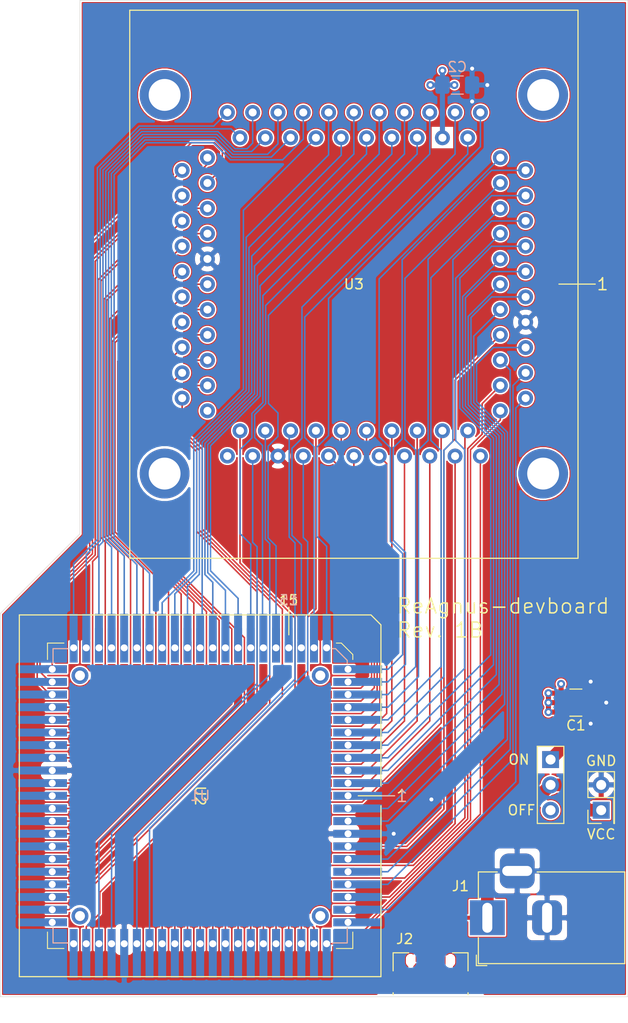
<source format=kicad_pcb>
(kicad_pcb (version 20171130) (host pcbnew "(5.1.6-0)")
  (layers (0 F.Cu signal) (1 GND.Cu power) (2 VCC.Cu power) (31 B.Cu signal) (34 B.Paste user) (35 F.Paste user) (36 B.SilkS user) (37 F.SilkS user) (38 B.Mask user) (39 F.Mask user) (44 Edge.Cuts user))
  (net 0 "")
  (net 1 VCC)
  (net 2 GND)
  (net 3 DRD14)
  (net 4 DRD15)
  (net 5 HSYNC)
  (net 6 CSYNC)
  (net 7 VSYNC)
  (net 8 LPEN)
  (net 9 A18)
  (net 10 A17)
  (net 11 A16)
  (net 12 A15)
  (net 13 A14)
  (net 14 A13)
  (net 15 A12)
  (net 16 A11)
  (net 17 A10)
  (net 18 A9)
  (net 19 A8)
  (net 20 A7)
  (net 21 A6)
  (net 22 A5)
  (net 23 A4)
  (net 24 A3)
  (net 25 A2)
  (net 26 A1)
  (net 27 A19)
  (net 28 RAS0)
  (net 29 RAS1)
  (net 30 DRA9)
  (net 31 CASU)
  (net 32 CASL)
  (net 33 UDS)
  (net 34 LDS)
  (net 35 DRA8)
  (net 36 DRA7)
  (net 37 DRA6)
  (net 38 DRA5)
  (net 39 DRA4)
  (net 40 DRA3)
  (net 41 DRA2)
  (net 42 DRA1)
  (net 43 DRA0)
  (net 44 14M)
  (net 45 CCK)
  (net 46 CCKQ)
  (net 47 7M)
  (net 48 CDAC)
  (net 49 A20)
  (net 50 28M)
  (net 51 RGA1)
  (net 52 RGA2)
  (net 53 RGA3)
  (net 54 RGA4)
  (net 55 RGA5)
  (net 56 RGA6)
  (net 57 RGA7)
  (net 58 RGA8)
  (net 59 RAMEN)
  (net 60 AS)
  (net 61 REGEN)
  (net 62 RW)
  (net 63 WE)
  (net 64 BLIT)
  (net 65 BLISS)
  (net 66 DMAL)
  (net 67 INTR)
  (net 68 RESET)
  (net 69 DRD0)
  (net 70 DRD1)
  (net 71 DRD2)
  (net 72 DRD3)
  (net 73 DRD4)
  (net 74 DRD5)
  (net 75 DRD6)
  (net 76 DRD7)
  (net 77 DRD8)
  (net 78 DRD9)
  (net 79 DRD10)
  (net 80 DRD11)
  (net 81 DRD12)
  (net 82 DRD13)
  (net 83 "Net-(J4-Pad1)")
  (net 84 "Net-(J5-Pad1)")
  (net 85 "Net-(J6-Pad1)")
  (net 86 /VIN)
  (net 87 "Net-(SW1-Pad3)")
  (net 88 "Net-(J2-Pad2)")
  (net 89 "Net-(J2-Pad3)")
  (net 90 "Net-(J2-Pad4)")
  (net 91 "Net-(J7-Pad1)")
  (module Agnus:USB_Micro-B_Unknown_5s_SMT (layer F.Cu) (at 160.5 132.5)
    (fp_text reference J2 (at -2.6 -2 180) (layer F.SilkS))
    (fp_text value USB_B_Micro)
    (pad 2 smd rect (at -0.65 -0.6) (size 0.4 1.8) (layers F.Cu F.Paste F.Mask) (net 88 "Net-(J2-Pad2)"))
    (pad 1 smd rect (at -1.3 -0.6) (size 0.4 1.8) (layers F.Cu F.Paste F.Mask) (net 86 /VIN))
    (pad 3 smd rect (at 0 -0.6) (size 0.4 1.8) (layers F.Cu F.Paste F.Mask) (net 89 "Net-(J2-Pad3)"))
    (pad 4 smd rect (at 0.65 -0.6) (size 0.4 1.8) (layers F.Cu F.Paste F.Mask) (net 90 "Net-(J2-Pad4)"))
    (pad 5 smd rect (at 1.3 -0.6) (size 0.4 1.8) (layers F.Cu F.Paste F.Mask) (net 2 GND))
    (pad "" np_thru_hole oval (at -2 0.15) (size 0.65 1) (drill oval 0.65 1) (layers *.Cu *.Mask))
    (pad "" np_thru_hole oval (at 2 0.15) (size 0.65 1) (drill oval 0.65 1) (layers *.Cu *.Mask))
    (pad 6 smd rect (at -3.95 2.3) (size 1.9 1.9) (layers F.Cu F.Paste F.Mask) (net 2 GND))
    (pad 6 smd rect (at 3.95 2.3) (size 1.9 1.9) (layers F.Cu F.Paste F.Mask) (net 2 GND))
    (pad 6 smd rect (at 1.2 2.3) (size 1.9 1.9) (layers F.Cu F.Paste F.Mask) (net 2 GND))
    (pad 6 smd rect (at -1.2 2.3) (size 1.9 1.9) (layers F.Cu F.Paste F.Mask) (net 2 GND))
  )
  (module Agnus:PLCC-84_SMD-Socket_TH_modded (layer F.Cu) (at 137.366 116.134 270)
    (fp_text reference U2 (at 0 0 270 unlocked) (layer F.SilkS))
    (fp_text value ReAgnus_8375_socket hide)
    (pad 1 thru_hole rect (at 0 -14.8463 270) (size 0.8 2.1) (drill 0.7 (offset 0 0.425)) (layers *.Cu *.Mask) (net 82 DRD13))
    (pad 2 thru_hole rect (at -1.27 -14.8463 270) (size 0.8 2.1) (drill 0.7 (offset 0 0.425)) (layers *.Cu *.Mask) (net 81 DRD12))
    (pad 3 thru_hole rect (at -2.54 -14.8463 270) (size 0.8 2.1) (drill 0.7 (offset 0 0.425)) (layers *.Cu *.Mask) (net 80 DRD11))
    (pad 4 thru_hole rect (at -3.81 -14.8463 270) (size 0.8 2.1) (drill 0.7 (offset 0 0.425)) (layers *.Cu *.Mask) (net 79 DRD10))
    (pad 5 thru_hole rect (at -5.08 -14.8463 270) (size 0.8 2.1) (drill 0.7 (offset 0 0.425)) (layers *.Cu *.Mask) (net 78 DRD9))
    (pad 6 thru_hole rect (at -6.35 -14.8463 270) (size 0.8 2.1) (drill 0.7 (offset 0 0.425)) (layers *.Cu *.Mask) (net 77 DRD8))
    (pad 7 thru_hole rect (at -7.62 -14.8463 270) (size 0.8 2.1) (drill 0.7 (offset 0 0.425)) (layers *.Cu *.Mask) (net 76 DRD7))
    (pad 8 thru_hole rect (at -8.89 -14.8463 270) (size 0.8 2.1) (drill 0.7 (offset 0 0.425)) (layers *.Cu *.Mask) (net 75 DRD6))
    (pad 9 thru_hole rect (at -10.16 -14.8463 270) (size 0.8 2.1) (drill 0.7 (offset 0 0.425)) (layers *.Cu *.Mask) (net 74 DRD5))
    (pad 10 thru_hole rect (at -11.43 -14.8463 270) (size 0.8 2.1) (drill 0.7 (offset 0 0.425)) (layers *.Cu *.Mask) (net 73 DRD4))
    (pad 11 thru_hole rect (at -12.7 -14.8463 270) (size 0.8 2.1) (drill 0.7 (offset 0 0.425)) (layers *.Cu *.Mask) (net 72 DRD3))
    (pad 84 thru_hole rect (at 1.27 -14.8463 270) (size 0.8 2.1) (drill 0.7 (offset 0 0.425)) (layers *.Cu *.Mask) (net 3 DRD14))
    (pad 83 thru_hole rect (at 2.54 -14.8463 270) (size 0.8 2.1) (drill 0.7 (offset 0 0.425)) (layers *.Cu *.Mask) (net 4 DRD15))
    (pad 82 thru_hole rect (at 3.81 -14.8463 270) (size 0.8 2.1) (drill 0.7 (offset 0 0.425)) (layers *.Cu *.Mask) (net 2 GND))
    (pad 81 thru_hole rect (at 5.08 -14.8463 270) (size 0.8 2.1) (drill 0.7 (offset 0 0.425)) (layers *.Cu *.Mask) (net 5 HSYNC))
    (pad 80 thru_hole rect (at 6.35 -14.8463 270) (size 0.8 2.1) (drill 0.7 (offset 0 0.425)) (layers *.Cu *.Mask) (net 6 CSYNC))
    (pad 79 thru_hole rect (at 7.62 -14.8463 270) (size 0.8 2.1) (drill 0.7 (offset 0 0.425)) (layers *.Cu *.Mask) (net 7 VSYNC))
    (pad 78 thru_hole rect (at 8.89 -14.8463 270) (size 0.8 2.1) (drill 0.7 (offset 0 0.425)) (layers *.Cu *.Mask) (net 8 LPEN))
    (pad 77 thru_hole rect (at 10.16 -14.8463 270) (size 0.8 2.1) (drill 0.7 (offset 0 0.425)) (layers *.Cu *.Mask) (net 9 A18))
    (pad 76 thru_hole rect (at 11.43 -14.8463 270) (size 0.8 2.1) (drill 0.7 (offset 0 0.425)) (layers *.Cu *.Mask) (net 10 A17))
    (pad 75 thru_hole rect (at 12.7 -14.8463 270) (size 0.8 2.1) (drill 0.7 (offset 0 0.425)) (layers *.Cu *.Mask) (net 11 A16))
    (pad 12 thru_hole rect (at -14.8463 -12.7 270) (size 2.1 0.8) (drill 0.7 (offset 0.425 0)) (layers *.Cu *.Mask) (net 71 DRD2))
    (pad 13 thru_hole rect (at -14.8463 -11.43 270) (size 2.1 0.8) (drill 0.7 (offset 0.425 0)) (layers *.Cu *.Mask) (net 70 DRD1))
    (pad 14 thru_hole rect (at -14.8463 -10.16 270) (size 2.1 0.8) (drill 0.7 (offset 0.425 0)) (layers *.Cu *.Mask) (net 69 DRD0))
    (pad 15 thru_hole rect (at -14.8463 -8.89 270) (size 2.1 0.8) (drill 0.7 (offset 0.425 0)) (layers *.Cu *.Mask) (net 1 VCC))
    (pad 16 thru_hole rect (at -14.8463 -7.62 270) (size 2.1 0.8) (drill 0.7 (offset 0.425 0)) (layers *.Cu *.Mask) (net 68 RESET))
    (pad 17 thru_hole rect (at -14.8463 -6.35 270) (size 2.1 0.8) (drill 0.7 (offset 0.425 0)) (layers *.Cu *.Mask) (net 67 INTR))
    (pad 18 thru_hole rect (at -14.8463 -5.08 270) (size 2.1 0.8) (drill 0.7 (offset 0.425 0)) (layers *.Cu *.Mask) (net 66 DMAL))
    (pad 19 thru_hole rect (at -14.8463 -3.81 270) (size 2.1 0.8) (drill 0.7 (offset 0.425 0)) (layers *.Cu *.Mask) (net 65 BLISS))
    (pad 20 thru_hole rect (at -14.8463 -2.54 270) (size 2.1 0.8) (drill 0.7 (offset 0.425 0)) (layers *.Cu *.Mask) (net 64 BLIT))
    (pad 21 thru_hole rect (at -14.8463 -1.27 270) (size 2.1 0.8) (drill 0.7 (offset 0.425 0)) (layers *.Cu *.Mask) (net 63 WE))
    (pad 22 thru_hole rect (at -14.8463 0 270) (size 2.1 0.8) (drill 0.7 (offset 0.425 0)) (layers *.Cu *.Mask) (net 62 RW))
    (pad 23 thru_hole rect (at -14.8463 1.27 270) (size 2.1 0.8) (drill 0.7 (offset 0.425 0)) (layers *.Cu *.Mask) (net 61 REGEN))
    (pad 24 thru_hole rect (at -14.8463 2.54 270) (size 2.1 0.8) (drill 0.7 (offset 0.425 0)) (layers *.Cu *.Mask) (net 60 AS))
    (pad 25 thru_hole rect (at -14.8463 3.81 270) (size 2.1 0.8) (drill 0.7 (offset 0.425 0)) (layers *.Cu *.Mask) (net 59 RAMEN))
    (pad 26 thru_hole rect (at -14.8463 5.08 270) (size 2.1 0.8) (drill 0.7 (offset 0.425 0)) (layers *.Cu *.Mask) (net 58 RGA8))
    (pad 27 thru_hole rect (at -14.8463 6.35 270) (size 2.1 0.8) (drill 0.7 (offset 0.425 0)) (layers *.Cu *.Mask) (net 57 RGA7))
    (pad 28 thru_hole rect (at -14.8463 7.62 270) (size 2.1 0.8) (drill 0.7 (offset 0.425 0)) (layers *.Cu *.Mask) (net 56 RGA6))
    (pad 29 thru_hole rect (at -14.8463 8.89 270) (size 2.1 0.8) (drill 0.7 (offset 0.425 0)) (layers *.Cu *.Mask) (net 55 RGA5))
    (pad 30 thru_hole rect (at -14.8463 10.16 270) (size 2.1 0.8) (drill 0.7 (offset 0.425 0)) (layers *.Cu *.Mask) (net 54 RGA4))
    (pad 31 thru_hole rect (at -14.8463 11.43 270) (size 2.1 0.8) (drill 0.7 (offset 0.425 0)) (layers *.Cu *.Mask) (net 53 RGA3))
    (pad 32 thru_hole rect (at -14.8463 12.7 270) (size 2.1 0.8) (drill 0.7 (offset 0.425 0)) (layers *.Cu *.Mask) (net 52 RGA2))
    (pad 33 thru_hole rect (at -12.7 14.8463 270) (size 0.8 2.1) (drill 0.7 (offset 0 -0.425)) (layers *.Cu *.Mask) (net 51 RGA1))
    (pad 34 thru_hole rect (at -11.43 14.8463 270) (size 0.8 2.1) (drill 0.7 (offset 0 -0.425)) (layers *.Cu *.Mask) (net 50 28M))
    (pad 35 thru_hole rect (at -10.16 14.8463 270) (size 0.8 2.1) (drill 0.7 (offset 0 -0.425)) (layers *.Cu *.Mask) (net 49 A20))
    (pad 36 thru_hole rect (at -8.89 14.8463 270) (size 0.8 2.1) (drill 0.7 (offset 0 -0.425)) (layers *.Cu *.Mask) (net 48 CDAC))
    (pad 37 thru_hole rect (at -7.62 14.8463 270) (size 0.8 2.1) (drill 0.7 (offset 0 -0.425)) (layers *.Cu *.Mask) (net 47 7M))
    (pad 38 thru_hole rect (at -6.35 14.8463 270) (size 0.8 2.1) (drill 0.7 (offset 0 -0.425)) (layers *.Cu *.Mask) (net 46 CCKQ))
    (pad 39 thru_hole rect (at -5.08 14.8463 270) (size 0.8 2.1) (drill 0.7 (offset 0 -0.425)) (layers *.Cu *.Mask) (net 45 CCK))
    (pad 40 thru_hole rect (at -3.81 14.8463 270) (size 0.8 2.1) (drill 0.7 (offset 0 -0.425)) (layers *.Cu *.Mask) (net 44 14M))
    (pad 41 thru_hole rect (at -2.54 14.8463 270) (size 0.8 2.1) (drill 0.7 (offset 0 -0.425)) (layers *.Cu *.Mask) (net 2 GND))
    (pad 42 thru_hole rect (at -1.27 14.8463 270) (size 0.8 2.1) (drill 0.7 (offset 0 -0.425)) (layers *.Cu *.Mask) (net 43 DRA0))
    (pad 43 thru_hole rect (at 0 14.8463 270) (size 0.8 2.1) (drill 0.7 (offset 0 -0.425)) (layers *.Cu *.Mask) (net 42 DRA1))
    (pad 44 thru_hole rect (at 1.27 14.8463 270) (size 0.8 2.1) (drill 0.7 (offset 0 -0.425)) (layers *.Cu *.Mask) (net 41 DRA2))
    (pad 45 thru_hole rect (at 2.54 14.8463 270) (size 0.8 2.1) (drill 0.7 (offset 0 -0.425)) (layers *.Cu *.Mask) (net 40 DRA3))
    (pad 46 thru_hole rect (at 3.81 14.8463 270) (size 0.8 2.1) (drill 0.7 (offset 0 -0.425)) (layers *.Cu *.Mask) (net 39 DRA4))
    (pad 47 thru_hole rect (at 5.08 14.8463 270) (size 0.8 2.1) (drill 0.7 (offset 0 -0.425)) (layers *.Cu *.Mask) (net 38 DRA5))
    (pad 48 thru_hole rect (at 6.35 14.8463 270) (size 0.8 2.1) (drill 0.7 (offset 0 -0.425)) (layers *.Cu *.Mask) (net 37 DRA6))
    (pad 49 thru_hole rect (at 7.62 14.8463 270) (size 0.8 2.1) (drill 0.7 (offset 0 -0.425)) (layers *.Cu *.Mask) (net 36 DRA7))
    (pad 50 thru_hole rect (at 8.89 14.8463 270) (size 0.8 2.1) (drill 0.7 (offset 0 -0.425)) (layers *.Cu *.Mask) (net 35 DRA8))
    (pad 51 thru_hole rect (at 10.16 14.8463 270) (size 0.8 2.1) (drill 0.7 (offset 0 -0.425)) (layers *.Cu *.Mask) (net 34 LDS))
    (pad 52 thru_hole rect (at 11.43 14.8463 270) (size 0.8 2.1) (drill 0.7 (offset 0 -0.425)) (layers *.Cu *.Mask) (net 33 UDS))
    (pad 53 thru_hole rect (at 12.7 14.8463 270) (size 0.8 2.1) (drill 0.7 (offset 0 -0.425)) (layers *.Cu *.Mask) (net 32 CASL))
    (pad 54 thru_hole rect (at 14.8463 12.7 270) (size 2.1 0.8) (drill 0.7 (offset -0.425 0)) (layers *.Cu *.Mask) (net 31 CASU))
    (pad 55 thru_hole rect (at 14.8463 11.43 270) (size 2.1 0.8) (drill 0.7 (offset -0.425 0)) (layers *.Cu *.Mask) (net 30 DRA9))
    (pad 56 thru_hole rect (at 14.8463 10.16 270) (size 2.1 0.8) (drill 0.7 (offset -0.425 0)) (layers *.Cu *.Mask) (net 29 RAS1))
    (pad 57 thru_hole rect (at 14.8463 8.89 270) (size 2.1 0.8) (drill 0.7 (offset -0.425 0)) (layers *.Cu *.Mask) (net 28 RAS0))
    (pad 58 thru_hole rect (at 14.8463 7.62 270) (size 2.1 0.8) (drill 0.7 (offset -0.425 0)) (layers *.Cu *.Mask) (net 2 GND))
    (pad 59 thru_hole rect (at 14.8463 6.35 270) (size 2.1 0.8) (drill 0.7 (offset -0.425 0)) (layers *.Cu *.Mask) (net 27 A19))
    (pad 60 thru_hole rect (at 14.8463 5.08 270) (size 2.1 0.8) (drill 0.7 (offset -0.425 0)) (layers *.Cu *.Mask) (net 26 A1))
    (pad 61 thru_hole rect (at 14.8463 3.81 270) (size 2.1 0.8) (drill 0.7 (offset -0.425 0)) (layers *.Cu *.Mask) (net 25 A2))
    (pad 62 thru_hole rect (at 14.8463 2.54 270) (size 2.1 0.8) (drill 0.7 (offset -0.425 0)) (layers *.Cu *.Mask) (net 24 A3))
    (pad 63 thru_hole rect (at 14.8463 1.27 270) (size 2.1 0.8) (drill 0.7 (offset -0.425 0)) (layers *.Cu *.Mask) (net 23 A4))
    (pad 64 thru_hole rect (at 14.8463 0 270) (size 2.1 0.8) (drill 0.7 (offset -0.425 0)) (layers *.Cu *.Mask) (net 22 A5))
    (pad 65 thru_hole rect (at 14.8463 -1.27 270) (size 2.1 0.8) (drill 0.7 (offset -0.425 0)) (layers *.Cu *.Mask) (net 21 A6))
    (pad 66 thru_hole rect (at 14.8463 -2.54 270) (size 2.1 0.8) (drill 0.7 (offset -0.425 0)) (layers *.Cu *.Mask) (net 20 A7))
    (pad 67 thru_hole rect (at 14.8463 -3.81 270) (size 2.1 0.8) (drill 0.7 (offset -0.425 0)) (layers *.Cu *.Mask) (net 19 A8))
    (pad 68 thru_hole rect (at 14.8463 -5.08 270) (size 2.1 0.8) (drill 0.7 (offset -0.425 0)) (layers *.Cu *.Mask) (net 18 A9))
    (pad 69 thru_hole rect (at 14.8463 -6.35 270) (size 2.1 0.8) (drill 0.7 (offset -0.425 0)) (layers *.Cu *.Mask) (net 17 A10))
    (pad 70 thru_hole rect (at 14.8463 -7.62 270) (size 2.1 0.8) (drill 0.7 (offset -0.425 0)) (layers *.Cu *.Mask) (net 16 A11))
    (pad 71 thru_hole rect (at 14.8463 -8.89 270) (size 2.1 0.8) (drill 0.7 (offset -0.425 0)) (layers *.Cu *.Mask) (net 15 A12))
    (pad 72 thru_hole rect (at 14.8463 -10.16 270) (size 2.1 0.8) (drill 0.7 (offset -0.425 0)) (layers *.Cu *.Mask) (net 14 A13))
    (pad 73 thru_hole rect (at 14.8463 -11.43 270) (size 2.1 0.8) (drill 0.7 (offset -0.425 0)) (layers *.Cu *.Mask) (net 13 A14))
    (pad 74 thru_hole rect (at 14.8463 -12.7 270) (size 2.1 0.8) (drill 0.7 (offset -0.425 0)) (layers *.Cu *.Mask) (net 12 A15))
  )
  (module Capacitor_SMD:C_1206_3216Metric_Pad1.42x1.75mm_HandSolder (layer B.Cu) (at 163.17748 44.809 180)
    (fp_text reference C2 (at 0 1.82) (layer B.SilkS) (effects (justify mirror)))
    (fp_text value C_Small hide)
    (pad 1 smd roundrect (at -1.4875 0 180) (size 1.425 1.75) (layers B.Cu B.Paste B.Mask) (roundrect_rratio 0.175439) (net 2 GND))
    (pad 2 smd roundrect (at 1.4875 0 180) (size 1.425 1.75) (layers B.Cu B.Paste B.Mask) (roundrect_rratio 0.175439) (net 1 VCC))
  )
  (module Capacitor_SMD:C_1210_3225Metric_Pad1.42x2.65mm_HandSolder (layer F.Cu) (at 175.085 106.785 180)
    (fp_text reference C1 (at 0 -2.28) (layer F.SilkS))
    (fp_text value C hide)
    (pad 1 smd roundrect (at -1.4875 0 180) (size 1.425 2.65) (layers F.Cu F.Paste F.Mask) (roundrect_rratio 0.175439) (net 2 GND))
    (pad 2 smd roundrect (at 1.4875 0 180) (size 1.425 2.65) (layers F.Cu F.Paste F.Mask) (roundrect_rratio 0.175439) (net 1 VCC))
  )
  (module Connector_PinHeader_2.54mm:PinHeader_1x03_P2.54mm_Vertical (layer F.Cu) (at 172.545 112.5)
    (fp_text reference SW1 hide)
    (fp_text value SW_SPDT hide)
    (pad 1 thru_hole rect (at 0 0) (size 1.7 1.7) (drill 1) (layers *.Cu *.Mask) (net 1 VCC))
    (pad 2 thru_hole oval (at 0 2.54) (size 1.7 1.7) (drill 1) (layers *.Cu *.Mask) (net 86 /VIN))
    (pad 3 thru_hole oval (at 0 5.08) (size 1.7 1.7) (drill 1) (layers *.Cu *.Mask) (net 87 "Net-(SW1-Pad3)"))
  )
  (module Connector_PinHeader_2.54mm:PinHeader_2x01_P2.54mm_Vertical (layer F.Cu) (at 177.625 117.58 90)
    (fp_text reference J3 hide)
    (fp_text value Conn_02x01 hide)
    (pad 2 thru_hole oval (at 2.54 0 90) (size 1.7 1.7) (drill 1) (layers *.Cu *.Mask) (net 2 GND))
    (pad 1 thru_hole rect (at 0 0 90) (size 1.7 1.7) (drill 1) (layers *.Cu *.Mask) (net 86 /VIN))
  )
  (module Connector_BarrelJack:BarrelJack_Horizontal (layer F.Cu) (at 166.195 128.375 180)
    (fp_text reference J1 (at 2.695 3.175) (layer F.SilkS))
    (fp_text value Barrel_Jack_Switch hide)
    (pad 3 thru_hole roundrect (at -3 4.7 180) (size 3.5 3.5) (drill oval 3 1) (layers *.Cu *.Mask) (net 2 GND))
    (pad 2 thru_hole roundrect (at -6 0 180) (size 3 3.5) (drill oval 1 3) (layers *.Cu *.Mask) (net 2 GND))
    (pad 1 thru_hole rect (at 0 0 180) (size 3.5 3.5) (drill oval 1 3) (layers *.Cu *.Mask) (net 86 /VIN))
  )
  (module Agnus:PLCC-84_Yamaichi_IC51-0844-401-1_Clamshell_THT-Socket (layer F.Cu) (at 152.8 64.8 90)
    (fp_text reference U3 (at 0 0 unlocked) (layer F.SilkS))
    (fp_text value Agnus_8375_socket)
    (pad "" thru_hole circle (at -19 19 90) (size 5 5) (drill 3.2) (layers *.Cu *.Mask))
    (pad "" thru_hole circle (at -19 -19 90) (size 5 5) (drill 3.2) (layers *.Cu *.Mask))
    (pad "" thru_hole circle (at 19 -19 90) (size 5 5) (drill 3.2) (layers *.Cu *.Mask))
    (pad "" thru_hole circle (at 19 19 90) (size 5 5) (drill 3.2) (layers *.Cu *.Mask))
    (pad 12 thru_hole circle (at 17.24 12.7 90) (size 1.5 1.5) (drill 0.8) (layers *.Cu *.Mask) (net 71 DRD2))
    (pad 22 thru_hole circle (at 17.24 0 90) (size 1.5 1.5) (drill 0.8) (layers *.Cu *.Mask) (net 62 RW))
    (pad 14 thru_hole circle (at 17.24 10.16 90) (size 1.5 1.5) (drill 0.8) (layers *.Cu *.Mask) (net 69 DRD0))
    (pad 16 thru_hole circle (at 17.24 7.62 90) (size 1.5 1.5) (drill 0.8) (layers *.Cu *.Mask) (net 68 RESET))
    (pad 20 thru_hole circle (at 17.24 2.54 90) (size 1.5 1.5) (drill 0.8) (layers *.Cu *.Mask) (net 64 BLIT))
    (pad 18 thru_hole circle (at 17.24 5.08 90) (size 1.5 1.5) (drill 0.8) (layers *.Cu *.Mask) (net 66 DMAL))
    (pad 32 thru_hole circle (at 17.24 -12.7 90) (size 1.5 1.5) (drill 0.8) (layers *.Cu *.Mask) (net 52 RGA2))
    (pad 30 thru_hole circle (at 17.24 -10.16 90) (size 1.5 1.5) (drill 0.8) (layers *.Cu *.Mask) (net 54 RGA4))
    (pad 28 thru_hole circle (at 17.24 -7.62 90) (size 1.5 1.5) (drill 0.8) (layers *.Cu *.Mask) (net 56 RGA6))
    (pad 26 thru_hole circle (at 17.24 -5.08 90) (size 1.5 1.5) (drill 0.8) (layers *.Cu *.Mask) (net 58 RGA8))
    (pad 24 thru_hole circle (at 17.24 -2.54 90) (size 1.5 1.5) (drill 0.8) (layers *.Cu *.Mask) (net 60 AS))
    (pad 75 thru_hole circle (at -12.7 14.7 90) (size 1.5 1.5) (drill 0.8) (layers *.Cu *.Mask) (net 11 A16))
    (pad 11 thru_hole circle (at 12.7 14.7 90) (size 1.5 1.5) (drill 0.8) (layers *.Cu *.Mask) (net 72 DRD3))
    (pad 9 thru_hole circle (at 10.16 14.7 90) (size 1.5 1.5) (drill 0.8) (layers *.Cu *.Mask) (net 74 DRD5))
    (pad 7 thru_hole circle (at 7.62 14.7 90) (size 1.5 1.5) (drill 0.8) (layers *.Cu *.Mask) (net 76 DRD7))
    (pad 77 thru_hole circle (at -10.16 14.7 90) (size 1.5 1.5) (drill 0.8) (layers *.Cu *.Mask) (net 9 A18))
    (pad 79 thru_hole circle (at -7.62 14.7 90) (size 1.5 1.5) (drill 0.8) (layers *.Cu *.Mask) (net 7 VSYNC))
    (pad 5 thru_hole circle (at 5.08 14.7 90) (size 1.5 1.5) (drill 0.8) (layers *.Cu *.Mask) (net 78 DRD9))
    (pad 81 thru_hole circle (at -5.08 14.7 90) (size 1.5 1.5) (drill 0.8) (layers *.Cu *.Mask) (net 5 HSYNC))
    (pad 83 thru_hole circle (at -2.54 14.7 90) (size 1.5 1.5) (drill 0.8) (layers *.Cu *.Mask) (net 4 DRD15))
    (pad 1 thru_hole circle (at 0 14.7 90) (size 1.5 1.5) (drill 0.8) (layers *.Cu *.Mask) (net 82 DRD13))
    (pad 3 thru_hole circle (at 2.54 14.7 90) (size 1.5 1.5) (drill 0.8) (layers *.Cu *.Mask) (net 80 DRD11))
    (pad 10 thru_hole circle (at 11.43 17.24 90) (size 1.5 1.5) (drill 0.8) (layers *.Cu *.Mask) (net 73 DRD4))
    (pad 8 thru_hole circle (at 8.89 17.24 90) (size 1.5 1.5) (drill 0.8) (layers *.Cu *.Mask) (net 75 DRD6))
    (pad 6 thru_hole circle (at 6.35 17.24 90) (size 1.5 1.5) (drill 0.8) (layers *.Cu *.Mask) (net 77 DRD8))
    (pad 76 thru_hole circle (at -11.43 17.24 90) (size 1.5 1.5) (drill 0.8) (layers *.Cu *.Mask) (net 10 A17))
    (pad 78 thru_hole circle (at -8.89 17.24 90) (size 1.5 1.5) (drill 0.8) (layers *.Cu *.Mask) (net 8 LPEN))
    (pad 4 thru_hole circle (at 3.81 17.24 90) (size 1.5 1.5) (drill 0.8) (layers *.Cu *.Mask) (net 79 DRD10))
    (pad 80 thru_hole circle (at -6.35 17.24 90) (size 1.5 1.5) (drill 0.8) (layers *.Cu *.Mask) (net 6 CSYNC))
    (pad 82 thru_hole circle (at -3.81 17.24 90) (size 1.5 1.5) (drill 0.8) (layers *.Cu *.Mask) (net 2 GND))
    (pad 84 thru_hole circle (at -1.27 17.24 90) (size 1.5 1.5) (drill 0.8) (layers *.Cu *.Mask) (net 3 DRD14))
    (pad 2 thru_hole circle (at 1.27 17.24 90) (size 1.5 1.5) (drill 0.8) (layers *.Cu *.Mask) (net 81 DRD12))
    (pad 21 thru_hole circle (at 14.7 1.27 90) (size 1.5 1.5) (drill 0.8) (layers *.Cu *.Mask) (net 63 WE))
    (pad 13 thru_hole circle (at 14.7 11.43 90) (size 1.5 1.5) (drill 0.8) (layers *.Cu *.Mask) (net 70 DRD1))
    (pad 15 thru_hole circle (at 14.7 8.89 90) (size 1.5 1.5) (drill 0.8) (layers *.Cu *.Mask) (net 1 VCC))
    (pad 19 thru_hole circle (at 14.7 3.81 90) (size 1.5 1.5) (drill 0.8) (layers *.Cu *.Mask) (net 65 BLISS))
    (pad 17 thru_hole circle (at 14.7 6.35 90) (size 1.5 1.5) (drill 0.8) (layers *.Cu *.Mask) (net 67 INTR))
    (pad 31 thru_hole circle (at 14.7 -11.43 90) (size 1.5 1.5) (drill 0.8) (layers *.Cu *.Mask) (net 53 RGA3))
    (pad 29 thru_hole circle (at 14.7 -8.89 90) (size 1.5 1.5) (drill 0.8) (layers *.Cu *.Mask) (net 55 RGA5))
    (pad 27 thru_hole circle (at 14.7 -6.35 90) (size 1.5 1.5) (drill 0.8) (layers *.Cu *.Mask) (net 57 RGA7))
    (pad 25 thru_hole circle (at 14.7 -3.81 90) (size 1.5 1.5) (drill 0.8) (layers *.Cu *.Mask) (net 59 RAMEN))
    (pad 23 thru_hole circle (at 14.7 -1.27 90) (size 1.5 1.5) (drill 0.8) (layers *.Cu *.Mask) (net 61 REGEN))
    (pad 38 thru_hole circle (at 6.35 -17.24 90) (size 1.5 1.5) (drill 0.8) (layers *.Cu *.Mask) (net 46 CCKQ))
    (pad 42 thru_hole circle (at 1.27 -17.24 90) (size 1.5 1.5) (drill 0.8) (layers *.Cu *.Mask) (net 43 DRA0))
    (pad 52 thru_hole circle (at -11.43 -17.24 90) (size 1.5 1.5) (drill 0.8) (layers *.Cu *.Mask) (net 33 UDS))
    (pad 50 thru_hole circle (at -8.89 -17.24 90) (size 1.5 1.5) (drill 0.8) (layers *.Cu *.Mask) (net 35 DRA8))
    (pad 40 thru_hole circle (at 3.81 -17.24 90) (size 1.5 1.5) (drill 0.8) (layers *.Cu *.Mask) (net 44 14M))
    (pad 48 thru_hole circle (at -6.35 -17.24 90) (size 1.5 1.5) (drill 0.8) (layers *.Cu *.Mask) (net 37 DRA6))
    (pad 46 thru_hole circle (at -3.81 -17.24 90) (size 1.5 1.5) (drill 0.8) (layers *.Cu *.Mask) (net 39 DRA4))
    (pad 44 thru_hole circle (at -1.27 -17.24 90) (size 1.5 1.5) (drill 0.8) (layers *.Cu *.Mask) (net 41 DRA2))
    (pad 36 thru_hole circle (at 8.89 -17.24 90) (size 1.5 1.5) (drill 0.8) (layers *.Cu *.Mask) (net 48 CDAC))
    (pad 34 thru_hole circle (at 11.43 -17.24 90) (size 1.5 1.5) (drill 0.8) (layers *.Cu *.Mask) (net 50 28M))
    (pad 33 thru_hole circle (at 12.7 -14.7 90) (size 1.5 1.5) (drill 0.8) (layers *.Cu *.Mask) (net 51 RGA1))
    (pad 35 thru_hole circle (at 10.16 -14.7 90) (size 1.5 1.5) (drill 0.8) (layers *.Cu *.Mask) (net 49 A20))
    (pad 37 thru_hole circle (at 7.62 -14.7 90) (size 1.5 1.5) (drill 0.8) (layers *.Cu *.Mask) (net 47 7M))
    (pad 39 thru_hole circle (at 5.08 -14.7 90) (size 1.5 1.5) (drill 0.8) (layers *.Cu *.Mask) (net 45 CCK))
    (pad 53 thru_hole circle (at -12.7 -14.7 90) (size 1.5 1.5) (drill 0.8) (layers *.Cu *.Mask) (net 32 CASL))
    (pad 51 thru_hole circle (at -10.16 -14.7 90) (size 1.5 1.5) (drill 0.8) (layers *.Cu *.Mask) (net 34 LDS))
    (pad 41 thru_hole circle (at 2.54 -14.7 90) (size 1.5 1.5) (drill 0.8) (layers *.Cu *.Mask) (net 2 GND))
    (pad 49 thru_hole circle (at -7.62 -14.7 90) (size 1.5 1.5) (drill 0.8) (layers *.Cu *.Mask) (net 36 DRA7))
    (pad 47 thru_hole circle (at -5.08 -14.7 90) (size 1.5 1.5) (drill 0.8) (layers *.Cu *.Mask) (net 38 DRA5))
    (pad 45 thru_hole circle (at -2.54 -14.7 90) (size 1.5 1.5) (drill 0.8) (layers *.Cu *.Mask) (net 40 DRA3))
    (pad 43 thru_hole circle (at 0 -14.7 90) (size 1.5 1.5) (drill 0.8) (layers *.Cu *.Mask) (net 42 DRA1))
    (pad 74 thru_hole circle (at -17.24 12.7 90) (size 1.5 1.5) (drill 0.8) (layers *.Cu *.Mask) (net 12 A15))
    (pad 66 thru_hole circle (at -17.24 2.54 90) (size 1.5 1.5) (drill 0.8) (layers *.Cu *.Mask) (net 20 A7))
    (pad 68 thru_hole circle (at -17.24 5.08 90) (size 1.5 1.5) (drill 0.8) (layers *.Cu *.Mask) (net 18 A9))
    (pad 64 thru_hole circle (at -17.24 0 90) (size 1.5 1.5) (drill 0.8) (layers *.Cu *.Mask) (net 22 A5))
    (pad 72 thru_hole circle (at -17.24 10.16 90) (size 1.5 1.5) (drill 0.8) (layers *.Cu *.Mask) (net 14 A13))
    (pad 70 thru_hole circle (at -17.24 7.62 90) (size 1.5 1.5) (drill 0.8) (layers *.Cu *.Mask) (net 16 A11))
    (pad 54 thru_hole circle (at -17.24 -12.7 90) (size 1.5 1.5) (drill 0.8) (layers *.Cu *.Mask) (net 31 CASU))
    (pad 62 thru_hole circle (at -17.24 -2.54 90) (size 1.5 1.5) (drill 0.8) (layers *.Cu *.Mask) (net 24 A3))
    (pad 60 thru_hole circle (at -17.24 -5.08 90) (size 1.5 1.5) (drill 0.8) (layers *.Cu *.Mask) (net 26 A1))
    (pad 56 thru_hole circle (at -17.24 -10.16 90) (size 1.5 1.5) (drill 0.8) (layers *.Cu *.Mask) (net 29 RAS1))
    (pad 58 thru_hole circle (at -17.24 -7.62 90) (size 1.5 1.5) (drill 0.8) (layers *.Cu *.Mask) (net 2 GND))
    (pad 65 thru_hole circle (at -14.7 1.27 90) (size 1.5 1.5) (drill 0.8) (layers *.Cu *.Mask) (net 21 A6))
    (pad 73 thru_hole circle (at -14.7 11.43 90) (size 1.5 1.5) (drill 0.8) (layers *.Cu *.Mask) (net 13 A14))
    (pad 71 thru_hole circle (at -14.7 8.89 90) (size 1.5 1.5) (drill 0.8) (layers *.Cu *.Mask) (net 15 A12))
    (pad 67 thru_hole circle (at -14.7 3.81 90) (size 1.5 1.5) (drill 0.8) (layers *.Cu *.Mask) (net 19 A8))
    (pad 69 thru_hole circle (at -14.7 6.35 90) (size 1.5 1.5) (drill 0.8) (layers *.Cu *.Mask) (net 17 A10))
    (pad 55 thru_hole circle (at -14.7 -11.43 90) (size 1.5 1.5) (drill 0.8) (layers *.Cu *.Mask) (net 30 DRA9))
    (pad 57 thru_hole circle (at -14.7 -8.89 90) (size 1.5 1.5) (drill 0.8) (layers *.Cu *.Mask) (net 28 RAS0))
    (pad 59 thru_hole circle (at -14.7 -6.35 90) (size 1.5 1.5) (drill 0.8) (layers *.Cu *.Mask) (net 27 A19))
    (pad 61 thru_hole circle (at -14.7 -3.81 90) (size 1.5 1.5) (drill 0.8) (layers *.Cu *.Mask) (net 25 A2))
    (pad 63 thru_hole circle (at -14.7 -1.27 90) (size 1.5 1.5) (drill 0.8) (layers *.Cu *.Mask) (net 23 A4))
  )
  (module Agnus:PLCC-84_Plug_P1.27mm_mirrored (layer B.Cu) (at 137.366 116.134 180)
    (fp_text reference U1 (at 0 -0.001) (layer B.SilkS) (effects (justify mirror)))
    (fp_text value PLCC-84-Plug)
    (pad 22 smd rect (at 0 16.764 180) (size 0.8 3) (layers B.Cu B.Paste B.Mask) (net 62 RW))
    (pad 21 smd rect (at -1.27 16.764 180) (size 0.8 3) (layers B.Cu B.Paste B.Mask) (net 63 WE))
    (pad 20 smd rect (at -2.54 16.764 180) (size 0.8 3) (layers B.Cu B.Paste B.Mask) (net 64 BLIT))
    (pad 19 smd rect (at -3.81 16.764 180) (size 0.8 3) (layers B.Cu B.Paste B.Mask) (net 65 BLISS))
    (pad 18 smd rect (at -5.08 16.764 180) (size 0.8 3) (layers B.Cu B.Paste B.Mask) (net 66 DMAL))
    (pad 17 smd rect (at -6.35 16.764 180) (size 0.8 3) (layers B.Cu B.Paste B.Mask) (net 67 INTR))
    (pad 16 smd rect (at -7.62 16.764 180) (size 0.8 3) (layers B.Cu B.Paste B.Mask) (net 68 RESET))
    (pad 15 smd rect (at -8.89 16.764 180) (size 0.8 3) (layers B.Cu B.Paste B.Mask) (net 1 VCC))
    (pad 14 smd rect (at -10.16 16.764 180) (size 0.8 3) (layers B.Cu B.Paste B.Mask) (net 69 DRD0))
    (pad 13 smd rect (at -11.43 16.764 180) (size 0.8 3) (layers B.Cu B.Paste B.Mask) (net 70 DRD1))
    (pad 12 smd rect (at -12.7 16.764 180) (size 0.8 3) (layers B.Cu B.Paste B.Mask) (net 71 DRD2))
    (pad 11 smd rect (at -16.764 12.7 180) (size 3 0.8) (layers B.Cu B.Paste B.Mask) (net 72 DRD3))
    (pad 10 smd rect (at -16.764 11.43 180) (size 3 0.8) (layers B.Cu B.Paste B.Mask) (net 73 DRD4))
    (pad 9 smd rect (at -16.764 10.16 180) (size 3 0.8) (layers B.Cu B.Paste B.Mask) (net 74 DRD5))
    (pad 8 smd rect (at -16.764 8.89 180) (size 3 0.8) (layers B.Cu B.Paste B.Mask) (net 75 DRD6))
    (pad 7 smd rect (at -16.764 7.62 180) (size 3 0.8) (layers B.Cu B.Paste B.Mask) (net 76 DRD7))
    (pad 6 smd rect (at -16.764 6.35 180) (size 3 0.8) (layers B.Cu B.Paste B.Mask) (net 77 DRD8))
    (pad 5 smd rect (at -16.764 5.08 180) (size 3 0.8) (layers B.Cu B.Paste B.Mask) (net 78 DRD9))
    (pad 4 smd rect (at -16.764 3.81 180) (size 3 0.8) (layers B.Cu B.Paste B.Mask) (net 79 DRD10))
    (pad 3 smd rect (at -16.764 2.54 180) (size 3 0.8) (layers B.Cu B.Paste B.Mask) (net 80 DRD11))
    (pad 2 smd rect (at -16.764 1.27 180) (size 3 0.8) (layers B.Cu B.Paste B.Mask) (net 81 DRD12))
    (pad 1 smd rect (at -16.764 0 180) (size 3 0.8) (layers B.Cu B.Paste B.Mask) (net 82 DRD13))
    (pad 84 smd rect (at -16.764 -1.27 180) (size 3 0.8) (layers B.Cu B.Paste B.Mask) (net 3 DRD14))
    (pad 83 smd rect (at -16.764 -2.54 180) (size 3 0.8) (layers B.Cu B.Paste B.Mask) (net 4 DRD15))
    (pad 82 smd rect (at -16.764 -3.81 180) (size 3 0.8) (layers B.Cu B.Paste B.Mask) (net 2 GND))
    (pad 81 smd rect (at -16.764 -5.08 180) (size 3 0.8) (layers B.Cu B.Paste B.Mask) (net 5 HSYNC))
    (pad 80 smd rect (at -16.764 -6.35 180) (size 3 0.8) (layers B.Cu B.Paste B.Mask) (net 6 CSYNC))
    (pad 79 smd rect (at -16.764 -7.62 180) (size 3 0.8) (layers B.Cu B.Paste B.Mask) (net 7 VSYNC))
    (pad 78 smd rect (at -16.764 -8.89 180) (size 3 0.8) (layers B.Cu B.Paste B.Mask) (net 8 LPEN))
    (pad 77 smd rect (at -16.764 -10.16 180) (size 3 0.8) (layers B.Cu B.Paste B.Mask) (net 9 A18))
    (pad 76 smd rect (at -16.764 -11.43 180) (size 3 0.8) (layers B.Cu B.Paste B.Mask) (net 10 A17))
    (pad 75 smd rect (at -16.764 -12.7 180) (size 3 0.8) (layers B.Cu B.Paste B.Mask) (net 11 A16))
    (pad 74 smd rect (at -12.7 -16.764 180) (size 0.8 3) (layers B.Cu B.Paste B.Mask) (net 12 A15))
    (pad 73 smd rect (at -11.43 -16.764 180) (size 0.8 3) (layers B.Cu B.Paste B.Mask) (net 13 A14))
    (pad 72 smd rect (at -10.16 -16.764 180) (size 0.8 3) (layers B.Cu B.Paste B.Mask) (net 14 A13))
    (pad 71 smd rect (at -8.89 -16.764 180) (size 0.8 3) (layers B.Cu B.Paste B.Mask) (net 15 A12))
    (pad 70 smd rect (at -7.62 -16.764 180) (size 0.8 3) (layers B.Cu B.Paste B.Mask) (net 16 A11))
    (pad 69 smd rect (at -6.35 -16.764 180) (size 0.8 3) (layers B.Cu B.Paste B.Mask) (net 17 A10))
    (pad 68 smd rect (at -5.08 -16.764 180) (size 0.8 3) (layers B.Cu B.Paste B.Mask) (net 18 A9))
    (pad 67 smd rect (at -3.81 -16.764 180) (size 0.8 3) (layers B.Cu B.Paste B.Mask) (net 19 A8))
    (pad 66 smd rect (at -2.54 -16.764 180) (size 0.8 3) (layers B.Cu B.Paste B.Mask) (net 20 A7))
    (pad 65 smd rect (at -1.27 -16.764 180) (size 0.8 3) (layers B.Cu B.Paste B.Mask) (net 21 A6))
    (pad 64 smd rect (at 0 -16.764 180) (size 0.8 3) (layers B.Cu B.Paste B.Mask) (net 22 A5))
    (pad 63 smd rect (at 1.27 -16.764 180) (size 0.8 3) (layers B.Cu B.Paste B.Mask) (net 23 A4))
    (pad 62 smd rect (at 2.54 -16.764 180) (size 0.8 3) (layers B.Cu B.Paste B.Mask) (net 24 A3))
    (pad 61 smd rect (at 3.81 -16.764 180) (size 0.8 3) (layers B.Cu B.Paste B.Mask) (net 25 A2))
    (pad 60 smd rect (at 5.08 -16.764 180) (size 0.8 3) (layers B.Cu B.Paste B.Mask) (net 26 A1))
    (pad 59 smd rect (at 6.35 -16.764 180) (size 0.8 3) (layers B.Cu B.Paste B.Mask) (net 27 A19))
    (pad 58 smd rect (at 7.62 -16.764 180) (size 0.8 3) (layers B.Cu B.Paste B.Mask) (net 2 GND))
    (pad 57 smd rect (at 8.89 -16.764 180) (size 0.8 3) (layers B.Cu B.Paste B.Mask) (net 28 RAS0))
    (pad 56 smd rect (at 10.16 -16.764 180) (size 0.8 3) (layers B.Cu B.Paste B.Mask) (net 29 RAS1))
    (pad 55 smd rect (at 11.43 -16.764 180) (size 0.8 3) (layers B.Cu B.Paste B.Mask) (net 30 DRA9))
    (pad 54 smd rect (at 12.7 -16.764 180) (size 0.8 3) (layers B.Cu B.Paste B.Mask) (net 31 CASU))
    (pad 53 smd rect (at 16.764 -12.7 180) (size 3 0.8) (layers B.Cu B.Paste B.Mask) (net 32 CASL))
    (pad 52 smd rect (at 16.764 -11.43 180) (size 3 0.8) (layers B.Cu B.Paste B.Mask) (net 33 UDS))
    (pad 51 smd rect (at 16.764 -10.16 180) (size 3 0.8) (layers B.Cu B.Paste B.Mask) (net 34 LDS))
    (pad 50 smd rect (at 16.764 -8.89 180) (size 3 0.8) (layers B.Cu B.Paste B.Mask) (net 35 DRA8))
    (pad 49 smd rect (at 16.764 -7.62 180) (size 3 0.8) (layers B.Cu B.Paste B.Mask) (net 36 DRA7))
    (pad 48 smd rect (at 16.764 -6.35 180) (size 3 0.8) (layers B.Cu B.Paste B.Mask) (net 37 DRA6))
    (pad 47 smd rect (at 16.764 -5.08 180) (size 3 0.8) (layers B.Cu B.Paste B.Mask) (net 38 DRA5))
    (pad 46 smd rect (at 16.764 -3.81 180) (size 3 0.8) (layers B.Cu B.Paste B.Mask) (net 39 DRA4))
    (pad 45 smd rect (at 16.764 -2.54 180) (size 3 0.8) (layers B.Cu B.Paste B.Mask) (net 40 DRA3))
    (pad 44 smd rect (at 16.764 -1.27 180) (size 3 0.8) (layers B.Cu B.Paste B.Mask) (net 41 DRA2))
    (pad 43 smd rect (at 16.764 0 180) (size 3 0.8) (layers B.Cu B.Paste B.Mask) (net 42 DRA1))
    (pad 42 smd rect (at 16.764 1.27 180) (size 3 0.8) (layers B.Cu B.Paste B.Mask) (net 43 DRA0))
    (pad 41 smd rect (at 16.764 2.54 180) (size 3 0.8) (layers B.Cu B.Paste B.Mask) (net 2 GND))
    (pad 40 smd rect (at 16.764 3.81 180) (size 3 0.8) (layers B.Cu B.Paste B.Mask) (net 44 14M))
    (pad 39 smd rect (at 16.764 5.08 180) (size 3 0.8) (layers B.Cu B.Paste B.Mask) (net 45 CCK))
    (pad 38 smd rect (at 16.764 6.35 180) (size 3 0.8) (layers B.Cu B.Paste B.Mask) (net 46 CCKQ))
    (pad 37 smd rect (at 16.764 7.62 180) (size 3 0.8) (layers B.Cu B.Paste B.Mask) (net 47 7M))
    (pad 36 smd rect (at 16.764 8.89 180) (size 3 0.8) (layers B.Cu B.Paste B.Mask) (net 48 CDAC))
    (pad 35 smd rect (at 16.764 10.16 180) (size 3 0.8) (layers B.Cu B.Paste B.Mask) (net 49 A20))
    (pad 34 smd rect (at 16.764 11.43 180) (size 3 0.8) (layers B.Cu B.Paste B.Mask) (net 50 28M))
    (pad 33 smd rect (at 16.764 12.7 180) (size 3 0.8) (layers B.Cu B.Paste B.Mask) (net 51 RGA1))
    (pad 32 smd rect (at 12.7 16.764 180) (size 0.8 3) (layers B.Cu B.Paste B.Mask) (net 52 RGA2))
    (pad 31 smd rect (at 11.43 16.764 180) (size 0.8 3) (layers B.Cu B.Paste B.Mask) (net 53 RGA3))
    (pad 30 smd rect (at 10.16 16.764 180) (size 0.8 3) (layers B.Cu B.Paste B.Mask) (net 54 RGA4))
    (pad 29 smd rect (at 8.89 16.764 180) (size 0.8 3) (layers B.Cu B.Paste B.Mask) (net 55 RGA5))
    (pad 28 smd rect (at 7.62 16.764 180) (size 0.8 3) (layers B.Cu B.Paste B.Mask) (net 56 RGA6))
    (pad 27 smd rect (at 6.35 16.764 180) (size 0.8 3) (layers B.Cu B.Paste B.Mask) (net 57 RGA7))
    (pad 26 smd rect (at 5.08 16.764 180) (size 0.8 3) (layers B.Cu B.Paste B.Mask) (net 58 RGA8))
    (pad 25 smd rect (at 3.81 16.764 180) (size 0.8 3) (layers B.Cu B.Paste B.Mask) (net 59 RAMEN))
    (pad 24 smd rect (at 2.54 16.764 180) (size 0.8 3) (layers B.Cu B.Paste B.Mask) (net 60 AS))
    (pad 23 smd rect (at 1.27 16.764 180) (size 0.8 3) (layers B.Cu B.Paste B.Mask) (net 61 REGEN))
  )
  (module Connector_PinHeader_2.54mm:PinHeader_1x01_P2.54mm_Vertical (layer F.Cu) (at 125.301 128.199 270)
    (fp_text reference J7 hide)
    (fp_text value Conn_01x01 hide)
    (pad 1 thru_hole oval (at 0 0 270) (size 1.7 1.7) (drill 1) (layers *.Cu *.Mask) (net 91 "Net-(J7-Pad1)"))
  )
  (module Connector_PinHeader_2.54mm:PinHeader_1x01_P2.54mm_Vertical (layer F.Cu) (at 149.431 128.199)
    (fp_text reference J6 hide)
    (fp_text value Conn_01x01 hide)
    (pad 1 thru_hole circle (at 0 0) (size 1.7 1.7) (drill 1) (layers *.Cu *.Mask) (net 85 "Net-(J6-Pad1)"))
  )
  (module Connector_PinHeader_2.54mm:PinHeader_1x01_P2.54mm_Vertical (layer F.Cu) (at 149.431 104.069 90)
    (fp_text reference J5 hide)
    (fp_text value Conn_01x01 hide)
    (pad 1 thru_hole oval (at 0 0 90) (size 1.7 1.7) (drill 1) (layers *.Cu *.Mask) (net 84 "Net-(J5-Pad1)"))
  )
  (module Connector_PinHeader_2.54mm:PinHeader_1x01_P2.54mm_Vertical (layer F.Cu) (at 125.301 104.069 180)
    (fp_text reference J4 hide)
    (fp_text value Conn_01x01 hide)
    (pad 1 thru_hole oval (at 0 0 180) (size 1.7 1.7) (drill 1) (layers *.Cu *.Mask) (net 83 "Net-(J4-Pad1)"))
  )
  (gr_text GND (at 177.625 112.627) (layer F.SilkS) (effects (font (size 1 1))))
  (gr_text VCC (at 177.625 119.993) (layer F.SilkS) (effects (font (size 1 1))))
  (gr_text OFF (at 169.624 117.58) (layer F.SilkS) (effects (font (size 1 1))))
  (gr_text ON (at 169.37 112.5) (layer F.SilkS) (effects (font (size 1 1))))
  (gr_line (start 125.3 36.3) (end 125.301 89.845) (layer Edge.Cuts) (width 0.05))
  (gr_line (start 125.3 47.3) (end 125.3 47.3) (layer Edge.Cuts) (width 0.05))
  (gr_line (start 117.3 97.846) (end 125.301 89.845) (layer Edge.Cuts) (width 0.05))
  (gr_line (start 177.0296 64.7855) (end 173.3847 64.7855) (layer F.SilkS) (width 0.12))
  (gr_text 1 (at 177.7662 64.7982) (layer F.SilkS) (effects (font (size 1.2 1.2))))
  (gr_line (start 156.8859 116.134) (end 153.241 116.134) (layer F.SilkS) (width 0.12))
  (gr_line (start 146.2687 97.211) (end 146.2687 99.9796) (layer F.SilkS) (width 0.12))
  (gr_text 15 (at 146.256 96.4998) (layer F.SilkS) (effects (font (size 1 1))))
  (gr_line (start 155.654 116.134) (end 156.8859 116.134) (layer B.SilkS) (width 0.12))
  (gr_text 1 (at 157.6225 116.1467) (layer F.SilkS) (effects (font (size 1.2 1.2))))
  (gr_text 15 (at 146.256 96.4998) (layer B.SilkS) (effects (font (size 1 1)) (justify mirror)))
  (gr_text 1 (at 157.6225 116.1467) (layer B.SilkS) (effects (font (size 1.2 1.2)) (justify mirror)))
  (gr_line (start 117.3 136.3) (end 117.3 97.846) (layer Edge.Cuts) (width 0.05))
  (gr_line (start 180.3 136.3) (end 117.3 136.3) (layer Edge.Cuts) (width 0.05))
  (gr_line (start 180.3 36.3) (end 180.3 136.3) (layer Edge.Cuts) (width 0.05))
  (gr_line (start 125.3 36.3) (end 180.3 36.3) (layer Edge.Cuts) (width 0.05))
  (gr_text "ReAgnus-devboard\nRev. 1B" (at 157 98.3) (layer F.SilkS) (effects (font (size 1.5 1.5)) (justify left)))
  (segment (start 173.5975 111.4475) (end 172.545 112.5) (width 1.27) (layer F.Cu) (net 1))
  (segment (start 173.5975 106.785) (end 173.5975 106.785) (width 1.27) (layer F.Cu) (net 1))
  (segment (start 173.5975 106.785) (end 173.5975 111.4475) (width 1.27) (layer F.Cu) (net 1))
  (via (at 173.5991 104.9054) (size 0.8) (drill 0.4) (layers F.Cu B.Cu) (net 1))
  (via (at 172.3291 105.8325) (size 0.8) (drill 0.4) (layers F.Cu B.Cu) (net 1))
  (via (at 172.3291 106.785) (size 0.8) (drill 0.4) (layers F.Cu B.Cu) (net 1))
  (via (at 172.3291 107.7375) (size 0.8) (drill 0.4) (layers F.Cu B.Cu) (net 1))
  (segment (start 173.5991 106.7834) (end 173.5975 106.785) (width 0.508) (layer F.Cu) (net 1))
  (segment (start 173.5991 104.9054) (end 173.5991 106.7834) (width 0.508) (layer F.Cu) (net 1))
  (segment (start 172.3291 105.8325) (end 172.3291 107.7375) (width 0.508) (layer F.Cu) (net 1))
  (segment (start 172.3291 106.785) (end 173.5975 106.785) (width 0.508) (layer F.Cu) (net 1))
  (segment (start 173.5975 105.8325) (end 173.5975 106.785) (width 0.508) (layer F.Cu) (net 1))
  (segment (start 172.3291 105.8325) (end 173.5975 105.8325) (width 0.508) (layer F.Cu) (net 1))
  (segment (start 173.5975 107.7375) (end 173.5975 106.785) (width 0.508) (layer F.Cu) (net 1))
  (segment (start 172.3291 107.7375) (end 173.5975 107.7375) (width 0.508) (layer F.Cu) (net 1))
  (segment (start 161.68998 50.09998) (end 161.69 50.1) (width 0.508) (layer B.Cu) (net 1))
  (segment (start 161.68998 44.809) (end 161.68998 50.09998) (width 0.508) (layer B.Cu) (net 1))
  (via (at 162.893 44.809) (size 0.8) (drill 0.4) (layers F.Cu B.Cu) (net 1))
  (via (at 160.48 44.809) (size 0.8) (drill 0.4) (layers F.Cu B.Cu) (net 1))
  (via (at 161.68904 43.35612) (size 0.8) (drill 0.4) (layers F.Cu B.Cu) (net 1))
  (segment (start 161.68904 44.80806) (end 161.68998 44.809) (width 0.508) (layer B.Cu) (net 1))
  (segment (start 161.68904 43.35612) (end 161.68904 44.80806) (width 0.508) (layer B.Cu) (net 1))
  (segment (start 160.48 44.809) (end 161.68998 44.809) (width 0.508) (layer B.Cu) (net 1))
  (segment (start 162.893 44.809) (end 161.68998 44.809) (width 0.508) (layer B.Cu) (net 1))
  (segment (start 146.256 101.2877) (end 146.256 99.37) (width 0.8) (layer B.Cu) (net 1))
  (via (at 164.671 43.158) (size 0.8) (drill 0.4) (layers F.Cu B.Cu) (net 2))
  (via (at 166.195 44.809) (size 0.8) (drill 0.4) (layers F.Cu B.Cu) (net 2))
  (via (at 164.671 46.46) (size 0.8) (drill 0.4) (layers F.Cu B.Cu) (net 2))
  (via (at 176.5709 108.8932) (size 0.8) (drill 0.4) (layers F.Cu B.Cu) (net 2))
  (via (at 178.133 106.785) (size 0.8) (drill 0.4) (layers F.Cu B.Cu) (net 2))
  (via (at 176.5709 104.6768) (size 0.8) (drill 0.4) (layers F.Cu B.Cu) (net 2))
  (via (at 156.797 119.944) (size 0.8) (drill 0.4) (layers F.Cu B.Cu) (net 2))
  (via (at 160.5816 116.5005) (size 0.8) (drill 0.4) (layers F.Cu B.Cu) (net 2))
  (segment (start 129.746 130.9803) (end 129.746 132.898) (width 0.8) (layer B.Cu) (net 2))
  (segment (start 152.2123 119.944) (end 154.13 119.944) (width 0.8) (layer B.Cu) (net 2))
  (segment (start 122.5197 113.594) (end 120.602 113.594) (width 0.8) (layer B.Cu) (net 2))
  (segment (start 156.211 117.404) (end 154.13 117.404) (width 0.1524) (layer B.Cu) (net 3))
  (segment (start 167.655478 105.959522) (end 156.211 117.404) (width 0.1524) (layer B.Cu) (net 3))
  (segment (start 166.625146 66.07) (end 164.556744 68.138402) (width 0.1524) (layer B.Cu) (net 3))
  (segment (start 167.655478 79.893294) (end 167.655478 105.959522) (width 0.1524) (layer B.Cu) (net 3))
  (segment (start 170.04 66.07) (end 166.625146 66.07) (width 0.1524) (layer B.Cu) (net 3))
  (segment (start 164.556744 68.138402) (end 164.556744 76.79456) (width 0.1524) (layer B.Cu) (net 3))
  (segment (start 164.556744 76.79456) (end 167.655478 79.893294) (width 0.1524) (layer B.Cu) (net 3))
  (segment (start 152.2123 117.404) (end 154.13 117.404) (width 0.8) (layer B.Cu) (net 3))
  (segment (start 156.211 118.674) (end 154.13 118.674) (width 0.1524) (layer B.Cu) (net 4))
  (segment (start 167.5 67.34) (end 164.836155 70.003845) (width 0.1524) (layer B.Cu) (net 4))
  (segment (start 167.934889 79.777559) (end 167.934889 106.950111) (width 0.1524) (layer B.Cu) (net 4))
  (segment (start 164.836156 76.678826) (end 167.934889 79.777559) (width 0.1524) (layer B.Cu) (net 4))
  (segment (start 167.934889 106.950111) (end 156.211 118.674) (width 0.1524) (layer B.Cu) (net 4))
  (segment (start 164.836155 70.003845) (end 164.836156 76.678826) (width 0.1524) (layer B.Cu) (net 4))
  (segment (start 152.2123 118.674) (end 154.13 118.674) (width 0.8) (layer B.Cu) (net 4))
  (segment (start 161.8389 81.4485) (end 162.9565 80.3309) (width 0.1524) (layer F.Cu) (net 5))
  (segment (start 162.9565 80.3309) (end 162.9565 74.4235) (width 0.1524) (layer F.Cu) (net 5))
  (segment (start 161.8389 117.4784) (end 161.8389 81.4485) (width 0.1524) (layer F.Cu) (net 5))
  (segment (start 158.1033 121.214) (end 161.8389 117.4784) (width 0.1524) (layer F.Cu) (net 5))
  (segment (start 162.9565 74.4235) (end 167.5 69.88) (width 0.1524) (layer F.Cu) (net 5))
  (segment (start 152.2123 121.214) (end 154.13 121.214) (width 0.8) (layer B.Cu) (net 5))
  (segment (start 152.2123 121.214) (end 158.1033 121.214) (width 0.1524) (layer F.Cu) (net 5))
  (segment (start 156.211 122.484) (end 154.13 122.484) (width 0.1524) (layer B.Cu) (net 6))
  (segment (start 168.2143 79.661824) (end 168.2143 110.4807) (width 0.1524) (layer B.Cu) (net 6))
  (segment (start 170.04 71.15) (end 166.8034 71.15) (width 0.1524) (layer B.Cu) (net 6))
  (segment (start 165.115566 76.56309) (end 168.2143 79.661824) (width 0.1524) (layer B.Cu) (net 6))
  (segment (start 168.2143 110.4807) (end 156.211 122.484) (width 0.1524) (layer B.Cu) (net 6))
  (segment (start 165.115566 72.837834) (end 165.115566 76.56309) (width 0.1524) (layer B.Cu) (net 6))
  (segment (start 166.8034 71.15) (end 165.115566 72.837834) (width 0.1524) (layer B.Cu) (net 6))
  (segment (start 152.2123 122.484) (end 154.13 122.484) (width 0.8) (layer B.Cu) (net 6))
  (segment (start 156.211 123.754) (end 154.13 123.754) (width 0.1524) (layer B.Cu) (net 7))
  (segment (start 168.49371 111.47129) (end 156.211 123.754) (width 0.1524) (layer B.Cu) (net 7))
  (segment (start 168.49371 73.41371) (end 168.49371 111.47129) (width 0.1524) (layer B.Cu) (net 7))
  (segment (start 167.5 72.42) (end 168.49371 73.41371) (width 0.1524) (layer B.Cu) (net 7))
  (segment (start 152.2123 123.754) (end 154.13 123.754) (width 0.8) (layer B.Cu) (net 7))
  (segment (start 156.211 125.024) (end 154.13 125.024) (width 0.1524) (layer B.Cu) (net 8))
  (segment (start 168.77312 112.46188) (end 156.211 125.024) (width 0.1524) (layer B.Cu) (net 8))
  (segment (start 168.77312 74.95688) (end 168.77312 112.46188) (width 0.1524) (layer B.Cu) (net 8))
  (segment (start 170.04 73.69) (end 168.77312 74.95688) (width 0.1524) (layer B.Cu) (net 8))
  (segment (start 152.2123 125.024) (end 154.13 125.024) (width 0.8) (layer B.Cu) (net 8))
  (segment (start 165.6743 79.846856) (end 164.226511 81.294644) (width 0.1524) (layer F.Cu) (net 9))
  (segment (start 167.5 74.96) (end 165.6743 76.7857) (width 0.1524) (layer F.Cu) (net 9))
  (segment (start 164.22651 118.453404) (end 156.385912 126.294) (width 0.1524) (layer F.Cu) (net 9))
  (segment (start 165.6743 76.7857) (end 165.6743 79.846856) (width 0.1524) (layer F.Cu) (net 9))
  (segment (start 164.226511 81.294644) (end 164.22651 118.453404) (width 0.1524) (layer F.Cu) (net 9))
  (segment (start 152.2123 126.294) (end 154.13 126.294) (width 0.8) (layer B.Cu) (net 9))
  (segment (start 152.2123 126.294) (end 156.385912 126.294) (width 0.1524) (layer F.Cu) (net 9))
  (segment (start 156.211 127.564) (end 154.13 127.564) (width 0.1524) (layer B.Cu) (net 10))
  (segment (start 169.05253 114.72247) (end 156.211 127.564) (width 0.1524) (layer B.Cu) (net 10))
  (segment (start 169.05253 77.21747) (end 169.05253 114.72247) (width 0.1524) (layer B.Cu) (net 10))
  (segment (start 170.04 76.23) (end 169.05253 77.21747) (width 0.1524) (layer B.Cu) (net 10))
  (segment (start 152.2123 127.564) (end 154.13 127.564) (width 0.8) (layer B.Cu) (net 10))
  (segment (start 164.50592 118.569141) (end 154.241056 128.834) (width 0.1524) (layer F.Cu) (net 11))
  (segment (start 167.5 78.4163) (end 164.50592 81.41038) (width 0.1524) (layer F.Cu) (net 11))
  (segment (start 164.50592 81.41038) (end 164.50592 118.569141) (width 0.1524) (layer F.Cu) (net 11))
  (segment (start 167.5 77.5) (end 167.5 78.4163) (width 0.1524) (layer F.Cu) (net 11))
  (segment (start 152.2123 128.834) (end 154.13 128.834) (width 0.8) (layer B.Cu) (net 11))
  (segment (start 152.2123 128.834) (end 154.241056 128.834) (width 0.1524) (layer F.Cu) (net 11))
  (segment (start 150.066 130.9803) (end 150.066 132.898) (width 0.8) (layer B.Cu) (net 12))
  (segment (start 165.5 117.9702) (end 165.5 82.04) (width 0.1524) (layer F.Cu) (net 12))
  (segment (start 152.4899 130.9803) (end 165.5 117.9702) (width 0.1524) (layer F.Cu) (net 12))
  (segment (start 150.066 130.9803) (end 152.4899 130.9803) (width 0.1524) (layer F.Cu) (net 12))
  (segment (start 148.0848 128.6544) (end 148.796 129.3656) (width 0.1524) (layer F.Cu) (net 13))
  (segment (start 148.0848 126.2922) (end 148.0848 128.6544) (width 0.1524) (layer F.Cu) (net 13))
  (segment (start 149.9898 124.3872) (end 148.0848 126.2922) (width 0.1524) (layer F.Cu) (net 13))
  (segment (start 163.9471 118.337668) (end 157.897568 124.3872) (width 0.1524) (layer F.Cu) (net 13))
  (segment (start 157.897568 124.3872) (end 149.9898 124.3872) (width 0.1524) (layer F.Cu) (net 13))
  (segment (start 163.9471 79.7829) (end 163.9471 118.337668) (width 0.1524) (layer F.Cu) (net 13))
  (segment (start 164.23 79.5) (end 163.9471 79.7829) (width 0.1524) (layer F.Cu) (net 13))
  (segment (start 148.796 130.9803) (end 148.796 132.898) (width 0.8) (layer B.Cu) (net 13))
  (segment (start 148.796 129.3656) (end 148.796 130.9803) (width 0.1524) (layer F.Cu) (net 13))
  (segment (start 162.96 118.929622) (end 158.772422 123.1172) (width 0.1524) (layer F.Cu) (net 14))
  (segment (start 158.772422 123.1172) (end 150.013754 123.1172) (width 0.1524) (layer F.Cu) (net 14))
  (segment (start 162.96 82.04) (end 162.96 118.929622) (width 0.1524) (layer F.Cu) (net 14))
  (segment (start 150.013754 123.1172) (end 147.526 125.604954) (width 0.1524) (layer F.Cu) (net 14))
  (segment (start 147.526 130.9803) (end 147.526 132.898) (width 0.8) (layer B.Cu) (net 14))
  (segment (start 147.526 125.604954) (end 147.526 130.9803) (width 0.1524) (layer F.Cu) (net 14))
  (segment (start 161.69 79.5) (end 161.559489 79.630511) (width 0.1524) (layer F.Cu) (net 15))
  (segment (start 149.9898 116.7672) (end 146.256 120.501) (width 0.1524) (layer F.Cu) (net 15))
  (segment (start 153.622 116.7672) (end 149.9898 116.7672) (width 0.1524) (layer F.Cu) (net 15))
  (segment (start 161.559489 79.630511) (end 161.559489 108.829711) (width 0.1524) (layer F.Cu) (net 15))
  (segment (start 161.559489 108.829711) (end 153.622 116.7672) (width 0.1524) (layer F.Cu) (net 15))
  (segment (start 146.256 130.9803) (end 146.256 132.898) (width 0.8) (layer B.Cu) (net 15))
  (segment (start 146.256 120.501) (end 146.256 130.9803) (width 0.1524) (layer F.Cu) (net 15))
  (segment (start 149.9898 115.4972) (end 144.986 120.501) (width 0.1524) (layer F.Cu) (net 16))
  (segment (start 153.5458 115.4972) (end 149.9898 115.4972) (width 0.1524) (layer F.Cu) (net 16))
  (segment (start 160.42 108.623) (end 153.5458 115.4972) (width 0.1524) (layer F.Cu) (net 16))
  (segment (start 160.42 82.04) (end 160.42 108.623) (width 0.1524) (layer F.Cu) (net 16))
  (segment (start 144.986 130.9803) (end 144.986 132.898) (width 0.8) (layer B.Cu) (net 16))
  (segment (start 144.986 120.501) (end 144.986 130.9803) (width 0.1524) (layer F.Cu) (net 16))
  (segment (start 149.9898 114.2272) (end 143.716 120.501) (width 0.1524) (layer F.Cu) (net 17))
  (segment (start 153.5458 114.2272) (end 149.9898 114.2272) (width 0.1524) (layer F.Cu) (net 17))
  (segment (start 159.15 108.623) (end 153.5458 114.2272) (width 0.1524) (layer F.Cu) (net 17))
  (segment (start 159.15 79.5) (end 159.15 108.623) (width 0.1524) (layer F.Cu) (net 17))
  (segment (start 143.716 130.9803) (end 143.716 132.898) (width 0.8) (layer B.Cu) (net 17))
  (segment (start 143.716 120.501) (end 143.716 130.9803) (width 0.1524) (layer F.Cu) (net 17))
  (segment (start 149.9898 112.9572) (end 142.446 120.501) (width 0.1524) (layer F.Cu) (net 18))
  (segment (start 153.5458 112.9572) (end 149.9898 112.9572) (width 0.1524) (layer F.Cu) (net 18))
  (segment (start 157.88 108.623) (end 153.5458 112.9572) (width 0.1524) (layer F.Cu) (net 18))
  (segment (start 157.88 82.04) (end 157.88 108.623) (width 0.1524) (layer F.Cu) (net 18))
  (segment (start 142.446 130.9803) (end 142.446 132.898) (width 0.8) (layer B.Cu) (net 18))
  (segment (start 142.446 120.501) (end 142.446 130.9803) (width 0.1524) (layer F.Cu) (net 18))
  (segment (start 153.5331 111.6872) (end 149.9898 111.6872) (width 0.1524) (layer F.Cu) (net 19))
  (segment (start 156.61 108.6103) (end 153.5331 111.6872) (width 0.1524) (layer F.Cu) (net 19))
  (segment (start 149.9898 111.6872) (end 141.176 120.501) (width 0.1524) (layer F.Cu) (net 19))
  (segment (start 156.61 79.5) (end 156.61 108.6103) (width 0.1524) (layer F.Cu) (net 19))
  (segment (start 141.176 130.9803) (end 141.176 132.898) (width 0.8) (layer B.Cu) (net 19))
  (segment (start 141.176 120.501) (end 141.176 130.9803) (width 0.1524) (layer F.Cu) (net 19))
  (segment (start 149.9898 110.4172) (end 139.906 120.501) (width 0.1524) (layer F.Cu) (net 20))
  (segment (start 153.5458 110.4172) (end 149.9898 110.4172) (width 0.1524) (layer F.Cu) (net 20))
  (segment (start 156.089999 107.873001) (end 153.5458 110.4172) (width 0.1524) (layer F.Cu) (net 20))
  (segment (start 156.089999 82.789999) (end 156.089999 107.873001) (width 0.1524) (layer F.Cu) (net 20))
  (segment (start 155.34 82.04) (end 156.089999 82.789999) (width 0.1524) (layer F.Cu) (net 20))
  (segment (start 139.906 130.9803) (end 139.906 132.898) (width 0.8) (layer B.Cu) (net 20))
  (segment (start 139.906 120.501) (end 139.906 130.9803) (width 0.1524) (layer F.Cu) (net 20))
  (segment (start 153.5458 109.1472) (end 149.9898 109.1472) (width 0.1524) (layer F.Cu) (net 21))
  (segment (start 155.412731 86.007297) (end 155.412731 107.280269) (width 0.1524) (layer F.Cu) (net 21))
  (segment (start 155.412731 107.280269) (end 153.5458 109.1472) (width 0.1524) (layer F.Cu) (net 21))
  (segment (start 149.9898 109.1472) (end 138.636 120.501) (width 0.1524) (layer F.Cu) (net 21))
  (segment (start 154.07 84.664566) (end 155.412731 86.007297) (width 0.1524) (layer F.Cu) (net 21))
  (segment (start 154.07 79.5) (end 154.07 84.664566) (width 0.1524) (layer F.Cu) (net 21))
  (segment (start 138.636 130.9803) (end 138.636 132.898) (width 0.8) (layer B.Cu) (net 21))
  (segment (start 138.636 120.501) (end 138.636 130.9803) (width 0.1524) (layer F.Cu) (net 21))
  (segment (start 155.13332 106.28968) (end 153.540056 107.882944) (width 0.1524) (layer F.Cu) (net 22))
  (segment (start 155.13332 86.123033) (end 155.13332 106.28968) (width 0.1524) (layer F.Cu) (net 22))
  (segment (start 149.984056 107.882944) (end 137.366 120.501) (width 0.1524) (layer F.Cu) (net 22))
  (segment (start 152.8 83.789713) (end 155.13332 86.123033) (width 0.1524) (layer F.Cu) (net 22))
  (segment (start 153.540056 107.882944) (end 149.984056 107.882944) (width 0.1524) (layer F.Cu) (net 22))
  (segment (start 152.8 82.04) (end 152.8 83.789713) (width 0.1524) (layer F.Cu) (net 22))
  (segment (start 137.366 130.9803) (end 137.366 132.898) (width 0.8) (layer B.Cu) (net 22))
  (segment (start 137.366 120.501) (end 137.366 130.9803) (width 0.1524) (layer F.Cu) (net 22))
  (segment (start 149.972792 106.624208) (end 136.096 120.501) (width 0.1524) (layer F.Cu) (net 23))
  (segment (start 153.509742 106.624208) (end 149.972792 106.624208) (width 0.1524) (layer F.Cu) (net 23))
  (segment (start 154.85391 105.28004) (end 153.509742 106.624208) (width 0.1524) (layer F.Cu) (net 23))
  (segment (start 154.85391 86.238767) (end 154.85391 105.28004) (width 0.1524) (layer F.Cu) (net 23))
  (segment (start 151.53 82.914857) (end 154.85391 86.238767) (width 0.1524) (layer F.Cu) (net 23))
  (segment (start 151.53 79.5) (end 151.53 82.914857) (width 0.1524) (layer F.Cu) (net 23))
  (segment (start 136.096 130.9803) (end 136.096 132.898) (width 0.8) (layer B.Cu) (net 23))
  (segment (start 136.096 120.501) (end 136.096 130.9803) (width 0.1524) (layer F.Cu) (net 23))
  (segment (start 149.9898 105.3372) (end 134.826 120.501) (width 0.1524) (layer F.Cu) (net 24))
  (segment (start 150.26 82.04) (end 154.5745 86.3545) (width 0.1524) (layer F.Cu) (net 24))
  (segment (start 153.48865 105.3372) (end 149.9898 105.3372) (width 0.1524) (layer F.Cu) (net 24))
  (segment (start 154.5745 86.3545) (end 154.5745 104.25135) (width 0.1524) (layer F.Cu) (net 24))
  (segment (start 154.5745 104.25135) (end 153.48865 105.3372) (width 0.1524) (layer F.Cu) (net 24))
  (segment (start 134.826 130.9803) (end 134.826 132.898) (width 0.8) (layer B.Cu) (net 24))
  (segment (start 134.826 120.501) (end 134.826 130.9803) (width 0.1524) (layer F.Cu) (net 24))
  (segment (start 148.161 106.1627) (end 133.556 120.7677) (width 0.1524) (layer F.Cu) (net 25))
  (segment (start 148.99 97.3835) (end 148.161 98.2125) (width 0.1524) (layer F.Cu) (net 25))
  (segment (start 148.161 98.2125) (end 148.161 106.1627) (width 0.1524) (layer F.Cu) (net 25))
  (segment (start 148.99 79.5) (end 148.99 97.3835) (width 0.1524) (layer F.Cu) (net 25))
  (segment (start 133.556 130.9803) (end 133.556 132.898) (width 0.8) (layer B.Cu) (net 25))
  (segment (start 133.556 120.7677) (end 133.556 130.9803) (width 0.1524) (layer F.Cu) (net 25))
  (segment (start 148.161 103.547946) (end 132.286 119.422946) (width 0.1524) (layer B.Cu) (net 26))
  (segment (start 148.161 90.656) (end 148.161 103.547946) (width 0.1524) (layer B.Cu) (net 26))
  (segment (start 147.72 90.215) (end 148.161 90.656) (width 0.1524) (layer B.Cu) (net 26))
  (segment (start 147.72 82.04) (end 147.72 90.215) (width 0.1524) (layer B.Cu) (net 26))
  (segment (start 132.286 130.9803) (end 132.286 132.898) (width 0.8) (layer B.Cu) (net 26))
  (segment (start 132.286 119.422946) (end 132.286 130.9803) (width 0.1524) (layer B.Cu) (net 26))
  (segment (start 146.30679 79.64321) (end 146.30679 90.17339) (width 0.1524) (layer B.Cu) (net 27))
  (segment (start 146.45 79.5) (end 146.30679 79.64321) (width 0.1524) (layer B.Cu) (net 27))
  (segment (start 146.891 90.7576) (end 146.891 104.4228) (width 0.1524) (layer B.Cu) (net 27))
  (segment (start 146.891 104.4228) (end 131.016 120.2978) (width 0.1524) (layer B.Cu) (net 27))
  (segment (start 146.30679 90.17339) (end 146.891 90.7576) (width 0.1524) (layer B.Cu) (net 27))
  (segment (start 131.016 130.9803) (end 131.016 132.898) (width 0.8) (layer B.Cu) (net 27))
  (segment (start 131.016 120.2978) (end 131.016 130.9803) (width 0.1524) (layer B.Cu) (net 27))
  (segment (start 143.91 79.5) (end 143.909051 79.500949) (width 0.1524) (layer B.Cu) (net 28))
  (segment (start 144.351 90.821102) (end 144.351 103.976284) (width 0.1524) (layer B.Cu) (net 28))
  (segment (start 143.909051 79.500949) (end 143.909051 90.379153) (width 0.1524) (layer B.Cu) (net 28))
  (segment (start 143.909051 90.379153) (end 144.351 90.821102) (width 0.1524) (layer B.Cu) (net 28))
  (segment (start 144.351 103.976284) (end 128.476 119.851284) (width 0.1524) (layer B.Cu) (net 28))
  (segment (start 128.476 130.9803) (end 128.476 132.898) (width 0.8) (layer B.Cu) (net 28))
  (segment (start 128.476 119.851284) (end 128.476 130.9803) (width 0.1524) (layer B.Cu) (net 28))
  (segment (start 142.64 90.696155) (end 143.081 91.137155) (width 0.1524) (layer B.Cu) (net 29))
  (segment (start 142.64 82.04) (end 142.64 90.696155) (width 0.1524) (layer B.Cu) (net 29))
  (segment (start 143.081 91.137155) (end 143.081 104.85114) (width 0.1524) (layer B.Cu) (net 29))
  (segment (start 143.081 104.85114) (end 127.206 120.72614) (width 0.1524) (layer B.Cu) (net 29))
  (segment (start 127.206 130.9803) (end 127.206 132.898) (width 0.8) (layer B.Cu) (net 29))
  (segment (start 127.206 120.72614) (end 127.206 130.9803) (width 0.1524) (layer B.Cu) (net 29))
  (segment (start 127.2949 127.9305) (end 125.936 129.2894) (width 0.1524) (layer F.Cu) (net 30))
  (segment (start 127.2949 125.8096) (end 127.2949 127.9305) (width 0.1524) (layer F.Cu) (net 30))
  (segment (start 141.37 92.7677) (end 146.891 98.2887) (width 0.1524) (layer F.Cu) (net 30))
  (segment (start 146.891 106.2135) (end 127.2949 125.8096) (width 0.1524) (layer F.Cu) (net 30))
  (segment (start 146.891 98.2887) (end 146.891 106.2135) (width 0.1524) (layer F.Cu) (net 30))
  (segment (start 141.37 79.5) (end 141.37 92.7677) (width 0.1524) (layer F.Cu) (net 30))
  (segment (start 125.936 130.9803) (end 125.936 132.898) (width 0.8) (layer B.Cu) (net 30))
  (segment (start 125.936 129.2894) (end 125.936 130.9803) (width 0.1524) (layer F.Cu) (net 30))
  (segment (start 124.666 130.9803) (end 124.666 132.898) (width 0.8) (layer B.Cu) (net 31))
  (segment (start 122.5197 128.834) (end 120.602 128.834) (width 0.8) (layer B.Cu) (net 32))
  (segment (start 135.56 76.23) (end 135.56 79.35784) (width 0.1524) (layer F.Cu) (net 33))
  (segment (start 137.5819 81.379739) (end 137.5819 89.375292) (width 0.1524) (layer F.Cu) (net 33))
  (segment (start 145.621 97.414392) (end 145.621 106.15) (width 0.1524) (layer F.Cu) (net 33))
  (segment (start 145.621 106.15) (end 124.207 127.564) (width 0.1524) (layer F.Cu) (net 33))
  (segment (start 137.5819 89.375292) (end 145.621 97.414392) (width 0.1524) (layer F.Cu) (net 33))
  (segment (start 135.56 79.35784) (end 137.5819 81.379739) (width 0.1524) (layer F.Cu) (net 33))
  (segment (start 122.5197 127.564) (end 120.602 127.564) (width 0.8) (layer B.Cu) (net 33))
  (segment (start 122.5197 127.564) (end 124.207 127.564) (width 0.1524) (layer F.Cu) (net 33))
  (segment (start 144.351 106.966616) (end 125.023616 126.294) (width 0.1524) (layer F.Cu) (net 34))
  (segment (start 137.30249 81.495474) (end 137.30249 89.491026) (width 0.1524) (layer F.Cu) (net 34))
  (segment (start 134.1021 75.543) (end 134.1021 78.295084) (width 0.1524) (layer F.Cu) (net 34))
  (segment (start 138.1 74.96) (end 134.6851 74.96) (width 0.1524) (layer F.Cu) (net 34))
  (segment (start 134.1021 78.295084) (end 137.30249 81.495474) (width 0.1524) (layer F.Cu) (net 34))
  (segment (start 134.6851 74.96) (end 134.1021 75.543) (width 0.1524) (layer F.Cu) (net 34))
  (segment (start 137.30249 89.491026) (end 144.351 96.539536) (width 0.1524) (layer F.Cu) (net 34))
  (segment (start 144.351 96.539536) (end 144.351 106.966616) (width 0.1524) (layer F.Cu) (net 34))
  (segment (start 122.5197 126.294) (end 120.602 126.294) (width 0.8) (layer B.Cu) (net 34))
  (segment (start 122.5197 126.294) (end 125.023616 126.294) (width 0.1524) (layer F.Cu) (net 34))
  (segment (start 143.081 106.912) (end 124.969 125.024) (width 0.1524) (layer F.Cu) (net 35))
  (segment (start 143.081 95.664682) (end 143.081 106.912) (width 0.1524) (layer F.Cu) (net 35))
  (segment (start 137.023079 81.611209) (end 137.02308 89.606762) (width 0.1524) (layer F.Cu) (net 35))
  (segment (start 135.5487 73.69) (end 133.82269 75.41601) (width 0.1524) (layer F.Cu) (net 35))
  (segment (start 133.82269 78.41082) (end 137.023079 81.611209) (width 0.1524) (layer F.Cu) (net 35))
  (segment (start 133.82269 75.41601) (end 133.82269 78.41082) (width 0.1524) (layer F.Cu) (net 35))
  (segment (start 137.02308 89.606762) (end 143.081 95.664682) (width 0.1524) (layer F.Cu) (net 35))
  (segment (start 135.56 73.69) (end 135.5487 73.69) (width 0.1524) (layer F.Cu) (net 35))
  (segment (start 122.5197 125.024) (end 120.602 125.024) (width 0.8) (layer B.Cu) (net 35))
  (segment (start 122.5197 125.024) (end 124.969 125.024) (width 0.1524) (layer F.Cu) (net 35))
  (segment (start 141.811 100.2699) (end 141.811 106.912) (width 0.1524) (layer F.Cu) (net 36))
  (segment (start 130.495319 88.954219) (end 141.811 100.2699) (width 0.1524) (layer F.Cu) (net 36))
  (segment (start 138.1 72.42) (end 134.685146 72.42) (width 0.1524) (layer F.Cu) (net 36))
  (segment (start 130.495319 76.609827) (end 130.495319 88.954219) (width 0.1524) (layer F.Cu) (net 36))
  (segment (start 141.811 106.912) (end 124.969 123.754) (width 0.1524) (layer F.Cu) (net 36))
  (segment (start 134.685146 72.42) (end 130.495319 76.609827) (width 0.1524) (layer F.Cu) (net 36))
  (segment (start 122.5197 123.754) (end 120.602 123.754) (width 0.8) (layer B.Cu) (net 36))
  (segment (start 122.5197 123.754) (end 124.969 123.754) (width 0.1524) (layer F.Cu) (net 36))
  (segment (start 135.56 71.15) (end 130.215908 76.494092) (width 0.1524) (layer F.Cu) (net 37))
  (segment (start 140.541 106.912) (end 124.969 122.484) (width 0.1524) (layer F.Cu) (net 37))
  (segment (start 140.541 99.395046) (end 140.541 106.912) (width 0.1524) (layer F.Cu) (net 37))
  (segment (start 130.215908 89.069954) (end 140.541 99.395046) (width 0.1524) (layer F.Cu) (net 37))
  (segment (start 130.215908 76.494092) (end 130.215908 89.069954) (width 0.1524) (layer F.Cu) (net 37))
  (segment (start 122.5197 122.484) (end 120.602 122.484) (width 0.8) (layer B.Cu) (net 37))
  (segment (start 122.5197 122.484) (end 124.969 122.484) (width 0.1524) (layer F.Cu) (net 37))
  (segment (start 139.271 106.912) (end 124.969 121.214) (width 0.1524) (layer F.Cu) (net 38))
  (segment (start 139.271 98.520192) (end 139.271 106.912) (width 0.1524) (layer F.Cu) (net 38))
  (segment (start 129.936497 89.185689) (end 139.271 98.520192) (width 0.1524) (layer F.Cu) (net 38))
  (segment (start 129.936497 74.628649) (end 129.936497 89.185689) (width 0.1524) (layer F.Cu) (net 38))
  (segment (start 134.685146 69.88) (end 129.936497 74.628649) (width 0.1524) (layer F.Cu) (net 38))
  (segment (start 138.1 69.88) (end 134.685146 69.88) (width 0.1524) (layer F.Cu) (net 38))
  (segment (start 122.5197 121.214) (end 120.602 121.214) (width 0.8) (layer B.Cu) (net 38))
  (segment (start 122.5197 121.214) (end 124.969 121.214) (width 0.1524) (layer F.Cu) (net 38))
  (segment (start 138.001 106.912) (end 124.969 119.944) (width 0.1524) (layer F.Cu) (net 39))
  (segment (start 129.657086 89.301424) (end 138.001 97.645338) (width 0.1524) (layer F.Cu) (net 39))
  (segment (start 129.657086 74.512914) (end 129.657086 89.301424) (width 0.1524) (layer F.Cu) (net 39))
  (segment (start 138.001 97.645338) (end 138.001 106.912) (width 0.1524) (layer F.Cu) (net 39))
  (segment (start 135.56 68.61) (end 129.657086 74.512914) (width 0.1524) (layer F.Cu) (net 39))
  (segment (start 122.5197 119.944) (end 120.602 119.944) (width 0.8) (layer B.Cu) (net 39))
  (segment (start 122.5197 119.944) (end 124.969 119.944) (width 0.1524) (layer F.Cu) (net 39))
  (segment (start 136.731 96.770484) (end 136.731 106.912) (width 0.1524) (layer F.Cu) (net 40))
  (segment (start 129.377675 72.647471) (end 129.377675 89.417159) (width 0.1524) (layer F.Cu) (net 40))
  (segment (start 136.731 106.912) (end 124.969 118.674) (width 0.1524) (layer F.Cu) (net 40))
  (segment (start 129.377675 89.417159) (end 136.731 96.770484) (width 0.1524) (layer F.Cu) (net 40))
  (segment (start 134.685146 67.34) (end 129.377675 72.647471) (width 0.1524) (layer F.Cu) (net 40))
  (segment (start 138.1 67.34) (end 134.685146 67.34) (width 0.1524) (layer F.Cu) (net 40))
  (segment (start 122.5197 118.674) (end 120.602 118.674) (width 0.8) (layer B.Cu) (net 40))
  (segment (start 122.5197 118.674) (end 124.969 118.674) (width 0.1524) (layer F.Cu) (net 40))
  (segment (start 135.461 106.912) (end 124.969 117.404) (width 0.1524) (layer F.Cu) (net 41))
  (segment (start 129.098264 72.531736) (end 129.098264 89.532894) (width 0.1524) (layer F.Cu) (net 41))
  (segment (start 135.461 95.89563) (end 135.461 106.912) (width 0.1524) (layer F.Cu) (net 41))
  (segment (start 129.098264 89.532894) (end 135.461 95.89563) (width 0.1524) (layer F.Cu) (net 41))
  (segment (start 135.56 66.07) (end 129.098264 72.531736) (width 0.1524) (layer F.Cu) (net 41))
  (segment (start 122.5197 117.404) (end 120.602 117.404) (width 0.8) (layer B.Cu) (net 41))
  (segment (start 122.5197 117.404) (end 124.969 117.404) (width 0.1524) (layer F.Cu) (net 41))
  (segment (start 134.191 106.912) (end 124.969 116.134) (width 0.1524) (layer F.Cu) (net 42))
  (segment (start 134.191 95.020776) (end 134.191 106.912) (width 0.1524) (layer F.Cu) (net 42))
  (segment (start 128.818853 89.648629) (end 134.191 95.020776) (width 0.1524) (layer F.Cu) (net 42))
  (segment (start 128.818853 70.666293) (end 128.818853 89.648629) (width 0.1524) (layer F.Cu) (net 42))
  (segment (start 134.685146 64.8) (end 128.818853 70.666293) (width 0.1524) (layer F.Cu) (net 42))
  (segment (start 138.1 64.8) (end 134.685146 64.8) (width 0.1524) (layer F.Cu) (net 42))
  (segment (start 122.5197 116.134) (end 120.602 116.134) (width 0.8) (layer B.Cu) (net 42))
  (segment (start 122.5197 116.134) (end 124.969 116.134) (width 0.1524) (layer F.Cu) (net 42))
  (segment (start 132.921 94.145922) (end 132.921 106.912) (width 0.1524) (layer F.Cu) (net 43))
  (segment (start 128.539442 89.764364) (end 132.921 94.145922) (width 0.1524) (layer F.Cu) (net 43))
  (segment (start 128.539442 70.550558) (end 128.539442 89.764364) (width 0.1524) (layer F.Cu) (net 43))
  (segment (start 132.921 106.912) (end 124.969 114.864) (width 0.1524) (layer F.Cu) (net 43))
  (segment (start 135.56 63.53) (end 128.539442 70.550558) (width 0.1524) (layer F.Cu) (net 43))
  (segment (start 122.5197 114.864) (end 120.602 114.864) (width 0.8) (layer B.Cu) (net 43))
  (segment (start 122.5197 114.864) (end 124.969 114.864) (width 0.1524) (layer F.Cu) (net 43))
  (segment (start 131.651 105.642) (end 124.969 112.324) (width 0.1524) (layer F.Cu) (net 44))
  (segment (start 128.260032 89.8801) (end 131.651 93.271068) (width 0.1524) (layer F.Cu) (net 44))
  (segment (start 128.260032 68.289968) (end 128.260032 89.8801) (width 0.1524) (layer F.Cu) (net 44))
  (segment (start 131.651 93.271068) (end 131.651 105.642) (width 0.1524) (layer F.Cu) (net 44))
  (segment (start 135.56 60.99) (end 128.260032 68.289968) (width 0.1524) (layer F.Cu) (net 44))
  (segment (start 122.5197 112.324) (end 120.602 112.324) (width 0.8) (layer B.Cu) (net 44))
  (segment (start 122.5197 112.324) (end 124.969 112.324) (width 0.1524) (layer F.Cu) (net 44))
  (segment (start 130.381 105.642) (end 124.969 111.054) (width 0.1524) (layer F.Cu) (net 45))
  (segment (start 130.381 92.396214) (end 130.381 105.642) (width 0.1524) (layer F.Cu) (net 45))
  (segment (start 127.980623 89.995837) (end 130.381 92.396214) (width 0.1524) (layer F.Cu) (net 45))
  (segment (start 138.1 59.72) (end 134.685146 59.72) (width 0.1524) (layer F.Cu) (net 45))
  (segment (start 134.685146 59.72) (end 127.980623 66.424523) (width 0.1524) (layer F.Cu) (net 45))
  (segment (start 127.980623 66.424523) (end 127.980623 89.995837) (width 0.1524) (layer F.Cu) (net 45))
  (segment (start 122.5197 111.054) (end 120.602 111.054) (width 0.8) (layer B.Cu) (net 45))
  (segment (start 122.5197 111.054) (end 124.969 111.054) (width 0.1524) (layer F.Cu) (net 45))
  (segment (start 129.111 91.52136) (end 129.111 105.642) (width 0.1524) (layer F.Cu) (net 46))
  (segment (start 129.111 105.642) (end 124.969 109.784) (width 0.1524) (layer F.Cu) (net 46))
  (segment (start 135.56 58.45) (end 127.701212 66.308788) (width 0.1524) (layer F.Cu) (net 46))
  (segment (start 127.701212 66.308788) (end 127.701212 90.111572) (width 0.1524) (layer F.Cu) (net 46))
  (segment (start 127.701212 90.111572) (end 129.111 91.52136) (width 0.1524) (layer F.Cu) (net 46))
  (segment (start 122.5197 109.784) (end 120.602 109.784) (width 0.8) (layer B.Cu) (net 46))
  (segment (start 122.5197 109.784) (end 124.969 109.784) (width 0.1524) (layer F.Cu) (net 46))
  (segment (start 127.841 105.5277) (end 124.8547 108.514) (width 0.1524) (layer F.Cu) (net 47))
  (segment (start 127.841 90.646506) (end 127.841 105.5277) (width 0.1524) (layer F.Cu) (net 47))
  (segment (start 138.1 57.18) (end 134.685146 57.18) (width 0.1524) (layer F.Cu) (net 47))
  (segment (start 134.685146 57.18) (end 127.396366 64.46878) (width 0.1524) (layer F.Cu) (net 47))
  (segment (start 127.396366 64.46878) (end 127.396366 90.201872) (width 0.1524) (layer F.Cu) (net 47))
  (segment (start 127.396366 90.201872) (end 127.841 90.646506) (width 0.1524) (layer F.Cu) (net 47))
  (segment (start 122.5197 108.514) (end 120.602 108.514) (width 0.8) (layer B.Cu) (net 47))
  (segment (start 122.5197 108.514) (end 124.8547 108.514) (width 0.1524) (layer F.Cu) (net 47))
  (segment (start 126.571 105.8706) (end 125.1976 107.244) (width 0.1524) (layer F.Cu) (net 48))
  (segment (start 126.571 92.621752) (end 126.571 105.8706) (width 0.1524) (layer F.Cu) (net 48))
  (segment (start 127.116955 64.353045) (end 127.116955 92.075798) (width 0.1524) (layer F.Cu) (net 48))
  (segment (start 135.56 55.91) (end 127.116955 64.353045) (width 0.1524) (layer F.Cu) (net 48))
  (segment (start 127.116955 92.075798) (end 126.571 92.621752) (width 0.1524) (layer F.Cu) (net 48))
  (segment (start 122.5197 107.244) (end 120.602 107.244) (width 0.8) (layer B.Cu) (net 48))
  (segment (start 122.5197 107.244) (end 125.1976 107.244) (width 0.1524) (layer F.Cu) (net 48))
  (segment (start 122.5197 105.974) (end 120.602 105.974) (width 0.8) (layer B.Cu) (net 49))
  (segment (start 122.29544 105.974) (end 122.5197 105.974) (width 0.1524) (layer F.Cu) (net 49))
  (segment (start 121.00839 96.998926) (end 121.00839 104.68695) (width 0.1524) (layer F.Cu) (net 49))
  (segment (start 126.278725 60.798475) (end 126.278725 91.728591) (width 0.1524) (layer F.Cu) (net 49))
  (segment (start 121.00839 104.68695) (end 122.29544 105.974) (width 0.1524) (layer F.Cu) (net 49))
  (segment (start 136.4897 50.5875) (end 126.278725 60.798475) (width 0.1524) (layer F.Cu) (net 49))
  (segment (start 138.8011 50.5875) (end 136.4897 50.5875) (width 0.1524) (layer F.Cu) (net 49))
  (segment (start 126.278725 91.728591) (end 121.00839 96.998926) (width 0.1524) (layer F.Cu) (net 49))
  (segment (start 139.6012 51.3876) (end 138.8011 50.5875) (width 0.1524) (layer F.Cu) (net 49))
  (segment (start 139.6012 53.1388) (end 139.6012 51.3876) (width 0.1524) (layer F.Cu) (net 49))
  (segment (start 138.1 54.64) (end 139.6012 53.1388) (width 0.1524) (layer F.Cu) (net 49))
  (segment (start 122.5197 104.704) (end 120.602 104.704) (width 0.8) (layer B.Cu) (net 50))
  (segment (start 122.29544 104.704) (end 122.5197 104.704) (width 0.1524) (layer F.Cu) (net 50))
  (segment (start 121.287801 103.696361) (end 122.29544 104.704) (width 0.1524) (layer F.Cu) (net 50))
  (segment (start 121.287801 97.114661) (end 121.287801 103.696361) (width 0.1524) (layer F.Cu) (net 50))
  (segment (start 126.558136 62.371864) (end 126.558136 91.844326) (width 0.1524) (layer F.Cu) (net 50))
  (segment (start 126.558136 91.844326) (end 121.287801 97.114661) (width 0.1524) (layer F.Cu) (net 50))
  (segment (start 135.56 53.37) (end 126.558136 62.371864) (width 0.1524) (layer F.Cu) (net 50))
  (segment (start 122.5197 103.434) (end 120.602 103.434) (width 0.8) (layer B.Cu) (net 51))
  (segment (start 138.1 52.7364) (end 138.1 52.1) (width 0.1524) (layer F.Cu) (net 51))
  (segment (start 136.1976 54.6388) (end 138.1 52.7364) (width 0.1524) (layer F.Cu) (net 51))
  (segment (start 134.686346 54.6388) (end 136.1976 54.6388) (width 0.1524) (layer F.Cu) (net 51))
  (segment (start 126.837547 62.487599) (end 134.686346 54.6388) (width 0.1524) (layer F.Cu) (net 51))
  (segment (start 126.837547 91.960061) (end 126.837547 62.487599) (width 0.1524) (layer F.Cu) (net 51))
  (segment (start 122.5197 96.277908) (end 126.837547 91.960061) (width 0.1524) (layer F.Cu) (net 51))
  (segment (start 122.5197 103.434) (end 122.5197 96.277908) (width 0.1524) (layer F.Cu) (net 51))
  (segment (start 140.1 47.56) (end 138.736199 48.923801) (width 0.1524) (layer B.Cu) (net 52))
  (segment (start 131.248415 48.923801) (end 127.053546 53.11867) (width 0.1524) (layer B.Cu) (net 52))
  (segment (start 138.736199 48.923801) (end 131.248415 48.923801) (width 0.1524) (layer B.Cu) (net 52))
  (segment (start 124.666 92.798841) (end 124.666 99.37) (width 0.1524) (layer B.Cu) (net 52))
  (segment (start 127.053546 90.411295) (end 124.666 92.798841) (width 0.1524) (layer B.Cu) (net 52))
  (segment (start 127.053546 53.11867) (end 127.053546 90.411295) (width 0.1524) (layer B.Cu) (net 52))
  (segment (start 124.666 101.2877) (end 124.666 99.37) (width 0.8) (layer B.Cu) (net 52))
  (segment (start 141.37 50.1) (end 140.473211 49.203211) (width 0.1524) (layer B.Cu) (net 53))
  (segment (start 140.473211 49.203211) (end 131.364149 49.203211) (width 0.1524) (layer B.Cu) (net 53))
  (segment (start 131.364149 49.203211) (end 127.332956 53.234404) (width 0.1524) (layer B.Cu) (net 53))
  (segment (start 125.936 91.923986) (end 125.936 99.37) (width 0.1524) (layer B.Cu) (net 53))
  (segment (start 127.332956 90.52703) (end 125.936 91.923986) (width 0.1524) (layer B.Cu) (net 53))
  (segment (start 127.332956 53.234404) (end 127.332956 90.52703) (width 0.1524) (layer B.Cu) (net 53))
  (segment (start 125.936 101.2877) (end 125.936 99.37) (width 0.8) (layer B.Cu) (net 53))
  (segment (start 127.206 91.04913) (end 127.206 99.37) (width 0.1524) (layer B.Cu) (net 54))
  (segment (start 127.612366 90.642765) (end 127.206 91.04913) (width 0.1524) (layer B.Cu) (net 54))
  (segment (start 127.612366 53.350138) (end 127.612366 90.642765) (width 0.1524) (layer B.Cu) (net 54))
  (segment (start 131.479883 49.482621) (end 127.612366 53.350138) (width 0.1524) (layer B.Cu) (net 54))
  (segment (start 139.156721 49.482621) (end 131.479883 49.482621) (width 0.1524) (layer B.Cu) (net 54))
  (segment (start 140.8712 51.1971) (end 139.156721 49.482621) (width 0.1524) (layer B.Cu) (net 54))
  (segment (start 142.0777 51.1971) (end 140.8712 51.1971) (width 0.1524) (layer B.Cu) (net 54))
  (segment (start 142.64 50.6348) (end 142.0777 51.1971) (width 0.1524) (layer B.Cu) (net 54))
  (segment (start 142.64 47.56) (end 142.64 50.6348) (width 0.1524) (layer B.Cu) (net 54))
  (segment (start 127.206 101.2877) (end 127.206 99.37) (width 0.8) (layer B.Cu) (net 54))
  (segment (start 139.040987 49.762031) (end 140.755465 51.47651) (width 0.1524) (layer B.Cu) (net 55))
  (segment (start 127.891776 53.465872) (end 131.595617 49.762031) (width 0.1524) (layer B.Cu) (net 55))
  (segment (start 131.595617 49.762031) (end 139.040987 49.762031) (width 0.1524) (layer B.Cu) (net 55))
  (segment (start 128.476 91.1894) (end 127.891776 90.605176) (width 0.1524) (layer B.Cu) (net 55))
  (segment (start 127.891776 90.605176) (end 127.891776 53.465872) (width 0.1524) (layer B.Cu) (net 55))
  (segment (start 142.53349 51.47651) (end 143.91 50.1) (width 0.1524) (layer B.Cu) (net 55))
  (segment (start 140.755465 51.47651) (end 142.53349 51.47651) (width 0.1524) (layer B.Cu) (net 55))
  (segment (start 128.476 99.37) (end 128.476 91.1894) (width 0.1524) (layer B.Cu) (net 55))
  (segment (start 128.476 101.2877) (end 128.476 99.37) (width 0.8) (layer B.Cu) (net 55))
  (segment (start 128.171186 90.489442) (end 129.746 92.064256) (width 0.1524) (layer B.Cu) (net 56))
  (segment (start 128.171186 53.584714) (end 128.171186 90.489442) (width 0.1524) (layer B.Cu) (net 56))
  (segment (start 131.714459 50.041441) (end 128.171186 53.584714) (width 0.1524) (layer B.Cu) (net 56))
  (segment (start 145.18 50.711) (end 144.135081 51.755919) (width 0.1524) (layer B.Cu) (net 56))
  (segment (start 138.925251 50.041441) (end 131.714459 50.041441) (width 0.1524) (layer B.Cu) (net 56))
  (segment (start 144.135081 51.755919) (end 140.639729 51.755919) (width 0.1524) (layer B.Cu) (net 56))
  (segment (start 129.746 92.064256) (end 129.746 99.37) (width 0.1524) (layer B.Cu) (net 56))
  (segment (start 140.639729 51.755919) (end 138.925251 50.041441) (width 0.1524) (layer B.Cu) (net 56))
  (segment (start 145.18 47.56) (end 145.18 50.711) (width 0.1524) (layer B.Cu) (net 56))
  (segment (start 129.746 101.2877) (end 129.746 99.37) (width 0.8) (layer B.Cu) (net 56))
  (segment (start 140.523994 52.035329) (end 140.360319 51.871653) (width 0.1524) (layer B.Cu) (net 57))
  (segment (start 144.514671 52.035329) (end 140.523994 52.035329) (width 0.1524) (layer B.Cu) (net 57))
  (segment (start 146.45 50.1) (end 144.514671 52.035329) (width 0.1524) (layer B.Cu) (net 57))
  (segment (start 140.360319 51.871653) (end 138.809517 50.320851) (width 0.1524) (layer B.Cu) (net 57))
  (segment (start 138.809517 50.320851) (end 131.830193 50.320851) (width 0.1524) (layer B.Cu) (net 57))
  (segment (start 131.830193 50.320851) (end 128.450596 53.700448) (width 0.1524) (layer B.Cu) (net 57))
  (segment (start 131.016 92.939112) (end 131.016 99.37) (width 0.1524) (layer B.Cu) (net 57))
  (segment (start 128.450596 90.373708) (end 131.016 92.939112) (width 0.1524) (layer B.Cu) (net 57))
  (segment (start 128.450596 53.700448) (end 128.450596 90.373708) (width 0.1524) (layer B.Cu) (net 57))
  (segment (start 131.016 101.2877) (end 131.016 99.37) (width 0.8) (layer B.Cu) (net 57))
  (segment (start 128.730006 90.257974) (end 132.286 93.813968) (width 0.1524) (layer B.Cu) (net 58))
  (segment (start 128.730006 53.816182) (end 128.730006 90.257974) (width 0.1524) (layer B.Cu) (net 58))
  (segment (start 138.693783 50.600261) (end 131.945927 50.600261) (width 0.1524) (layer B.Cu) (net 58))
  (segment (start 132.286 93.813968) (end 132.286 99.37) (width 0.1524) (layer B.Cu) (net 58))
  (segment (start 140.40826 52.314738) (end 138.693783 50.600261) (width 0.1524) (layer B.Cu) (net 58))
  (segment (start 147.72 50.240738) (end 145.646 52.314738) (width 0.1524) (layer B.Cu) (net 58))
  (segment (start 145.646 52.314738) (end 140.40826 52.314738) (width 0.1524) (layer B.Cu) (net 58))
  (segment (start 131.945927 50.600261) (end 128.730006 53.816182) (width 0.1524) (layer B.Cu) (net 58))
  (segment (start 147.72 47.56) (end 147.72 50.240738) (width 0.1524) (layer B.Cu) (net 58))
  (segment (start 132.286 101.2877) (end 132.286 99.37) (width 0.8) (layer B.Cu) (net 58))
  (segment (start 133.556 96.752) (end 133.556 99.37) (width 0.1524) (layer B.Cu) (net 59))
  (segment (start 141.709393 75.338363) (end 136.730992 80.316764) (width 0.1524) (layer B.Cu) (net 59))
  (segment (start 136.730992 80.316764) (end 136.730992 93.577006) (width 0.1524) (layer B.Cu) (net 59))
  (segment (start 136.730992 93.577006) (end 133.556 96.752) (width 0.1524) (layer B.Cu) (net 59))
  (segment (start 141.709393 57.380607) (end 141.709393 75.338363) (width 0.1524) (layer B.Cu) (net 59))
  (segment (start 148.99 50.1) (end 141.709393 57.380607) (width 0.1524) (layer B.Cu) (net 59))
  (segment (start 133.556 101.2877) (end 133.556 99.37) (width 0.8) (layer B.Cu) (net 59))
  (segment (start 134.826 95.877144) (end 134.826 99.37) (width 0.1524) (layer B.Cu) (net 60))
  (segment (start 136.846728 93.856416) (end 134.826 95.877144) (width 0.1524) (layer B.Cu) (net 60))
  (segment (start 137.010404 93.692741) (end 136.846728 93.856416) (width 0.1524) (layer B.Cu) (net 60))
  (segment (start 137.010404 80.432496) (end 137.010404 93.692741) (width 0.1524) (layer B.Cu) (net 60))
  (segment (start 141.988804 60.089904) (end 141.988804 75.454096) (width 0.1524) (layer B.Cu) (net 60))
  (segment (start 150.26 51.818708) (end 141.988804 60.089904) (width 0.1524) (layer B.Cu) (net 60))
  (segment (start 141.988804 75.454096) (end 137.010404 80.432496) (width 0.1524) (layer B.Cu) (net 60))
  (segment (start 150.26 47.56) (end 150.26 51.818708) (width 0.1524) (layer B.Cu) (net 60))
  (segment (start 134.826 101.2877) (end 134.826 99.37) (width 0.8) (layer B.Cu) (net 60))
  (segment (start 136.096 101.2877) (end 136.096 99.37) (width 0.8) (layer B.Cu) (net 61))
  (segment (start 137.289813 93.910187) (end 136.096 95.104) (width 0.1524) (layer B.Cu) (net 61))
  (segment (start 142.268213 61.108714) (end 142.268213 75.569833) (width 0.1524) (layer B.Cu) (net 61))
  (segment (start 142.268213 75.569833) (end 137.289813 80.548233) (width 0.1524) (layer B.Cu) (net 61))
  (segment (start 151.53 51.846927) (end 142.268213 61.108714) (width 0.1524) (layer B.Cu) (net 61))
  (segment (start 136.096 95.104) (end 136.096 99.37) (width 0.1524) (layer B.Cu) (net 61))
  (segment (start 137.289813 80.548233) (end 137.289813 93.910187) (width 0.1524) (layer B.Cu) (net 61))
  (segment (start 151.53 50.1) (end 151.53 51.846927) (width 0.1524) (layer B.Cu) (net 61))
  (segment (start 137.569223 99.166777) (end 137.366 99.37) (width 0.1524) (layer B.Cu) (net 62))
  (segment (start 137.569226 80.663966) (end 137.569223 99.166777) (width 0.1524) (layer B.Cu) (net 62))
  (segment (start 142.547624 75.685568) (end 137.569226 80.663966) (width 0.1524) (layer B.Cu) (net 62))
  (segment (start 142.547624 61.979376) (end 142.547624 75.685568) (width 0.1524) (layer B.Cu) (net 62))
  (segment (start 152.8 51.727) (end 142.547624 61.979376) (width 0.1524) (layer B.Cu) (net 62))
  (segment (start 152.8 47.56) (end 152.8 51.727) (width 0.1524) (layer B.Cu) (net 62))
  (segment (start 137.366 101.2877) (end 137.366 99.37) (width 0.8) (layer B.Cu) (net 62))
  (segment (start 138.636 94.72) (end 138.636 99.37) (width 0.1524) (layer B.Cu) (net 63))
  (segment (start 137.848636 93.932636) (end 138.636 94.72) (width 0.1524) (layer B.Cu) (net 63))
  (segment (start 137.848636 80.779702) (end 137.848636 93.932636) (width 0.1524) (layer B.Cu) (net 63))
  (segment (start 142.827034 62.969966) (end 142.827034 75.801304) (width 0.1524) (layer B.Cu) (net 63))
  (segment (start 142.827034 75.801304) (end 137.848636 80.779702) (width 0.1524) (layer B.Cu) (net 63))
  (segment (start 154.07 51.727) (end 142.827034 62.969966) (width 0.1524) (layer B.Cu) (net 63))
  (segment (start 154.07 50.1) (end 154.07 51.727) (width 0.1524) (layer B.Cu) (net 63))
  (segment (start 138.636 101.2877) (end 138.636 99.37) (width 0.8) (layer B.Cu) (net 63))
  (segment (start 139.906 95.5201) (end 139.906 99.37) (width 0.1524) (layer B.Cu) (net 64))
  (segment (start 138.128046 93.742146) (end 139.906 95.5201) (width 0.1524) (layer B.Cu) (net 64))
  (segment (start 143.106444 75.91704) (end 138.128046 80.895438) (width 0.1524) (layer B.Cu) (net 64))
  (segment (start 143.106444 63.960556) (end 143.106444 75.91704) (width 0.1524) (layer B.Cu) (net 64))
  (segment (start 155.34 51.727) (end 143.106444 63.960556) (width 0.1524) (layer B.Cu) (net 64))
  (segment (start 138.128046 80.895438) (end 138.128046 93.742146) (width 0.1524) (layer B.Cu) (net 64))
  (segment (start 155.34 47.56) (end 155.34 51.727) (width 0.1524) (layer B.Cu) (net 64))
  (segment (start 139.906 101.2877) (end 139.906 99.37) (width 0.8) (layer B.Cu) (net 64))
  (segment (start 141.176 96.3202) (end 141.176 99.37) (width 0.1524) (layer B.Cu) (net 65))
  (segment (start 156.61 50.1) (end 156.61 51.727) (width 0.1524) (layer B.Cu) (net 65))
  (segment (start 138.407456 81.011174) (end 138.407456 93.551656) (width 0.1524) (layer B.Cu) (net 65))
  (segment (start 143.385854 64.951146) (end 143.385854 76.032776) (width 0.1524) (layer B.Cu) (net 65))
  (segment (start 138.407456 93.551656) (end 141.176 96.3202) (width 0.1524) (layer B.Cu) (net 65))
  (segment (start 143.385854 76.032776) (end 138.407456 81.011174) (width 0.1524) (layer B.Cu) (net 65))
  (segment (start 156.61 51.727) (end 143.385854 64.951146) (width 0.1524) (layer B.Cu) (net 65))
  (segment (start 141.176 101.2877) (end 141.176 99.37) (width 0.8) (layer B.Cu) (net 65))
  (segment (start 142.446 90.8973) (end 142.446 99.37) (width 0.1524) (layer B.Cu) (net 66))
  (segment (start 142.5603 77.769316) (end 142.5603 80.2166) (width 0.1524) (layer B.Cu) (net 66))
  (segment (start 141.3792 89.8305) (end 142.446 90.8973) (width 0.1524) (layer B.Cu) (net 66))
  (segment (start 142.5603 80.2166) (end 141.3792 81.3977) (width 0.1524) (layer B.Cu) (net 66))
  (segment (start 157.88 47.56) (end 157.88 51.727) (width 0.1524) (layer B.Cu) (net 66))
  (segment (start 143.665264 76.664352) (end 142.5603 77.769316) (width 0.1524) (layer B.Cu) (net 66))
  (segment (start 143.665264 65.941736) (end 143.665264 76.664352) (width 0.1524) (layer B.Cu) (net 66))
  (segment (start 141.3792 81.3977) (end 141.3792 89.8305) (width 0.1524) (layer B.Cu) (net 66))
  (segment (start 157.88 51.727) (end 143.665264 65.941736) (width 0.1524) (layer B.Cu) (net 66))
  (segment (start 142.446 101.2877) (end 142.446 99.37) (width 0.8) (layer B.Cu) (net 66))
  (segment (start 143.716 99.3682) (end 143.716 99.37) (width 0.1524) (layer B.Cu) (net 67))
  (segment (start 143.62964 80.98114) (end 143.62964 99.28184) (width 0.1524) (layer B.Cu) (net 67))
  (segment (start 142.83971 80.19121) (end 143.62964 80.98114) (width 0.1524) (layer B.Cu) (net 67))
  (segment (start 142.83971 77.88505) (end 142.83971 80.19121) (width 0.1524) (layer B.Cu) (net 67))
  (segment (start 143.780998 76.943762) (end 142.83971 77.88505) (width 0.1524) (layer B.Cu) (net 67))
  (segment (start 143.62964 99.28184) (end 143.716 99.3682) (width 0.1524) (layer B.Cu) (net 67))
  (segment (start 143.944674 76.780087) (end 143.780998 76.943762) (width 0.1524) (layer B.Cu) (net 67))
  (segment (start 143.944674 66.932326) (end 143.944674 76.780087) (width 0.1524) (layer B.Cu) (net 67))
  (segment (start 159.15 51.727) (end 143.944674 66.932326) (width 0.1524) (layer B.Cu) (net 67))
  (segment (start 159.15 50.1) (end 159.15 51.727) (width 0.1524) (layer B.Cu) (net 67))
  (segment (start 143.716 101.2877) (end 143.716 99.37) (width 0.8) (layer B.Cu) (net 67))
  (segment (start 144.188462 90.263418) (end 144.986 91.060956) (width 0.1524) (layer B.Cu) (net 68))
  (segment (start 145.1765 80.0642) (end 144.188462 81.052238) (width 0.1524) (layer B.Cu) (net 68))
  (segment (start 144.986 91.060956) (end 144.986 99.37) (width 0.1524) (layer B.Cu) (net 68))
  (segment (start 145.1765 77.7147) (end 145.1765 80.0642) (width 0.1524) (layer B.Cu) (net 68))
  (segment (start 144.188462 81.052238) (end 144.188462 90.263418) (width 0.1524) (layer B.Cu) (net 68))
  (segment (start 160.42 47.56) (end 160.42 51.727) (width 0.1524) (layer B.Cu) (net 68))
  (segment (start 144.224084 76.762284) (end 145.1765 77.7147) (width 0.1524) (layer B.Cu) (net 68))
  (segment (start 160.42 51.727) (end 144.224084 67.922916) (width 0.1524) (layer B.Cu) (net 68))
  (segment (start 144.224084 67.922916) (end 144.224084 76.762284) (width 0.1524) (layer B.Cu) (net 68))
  (segment (start 144.986 101.2877) (end 144.986 99.37) (width 0.8) (layer B.Cu) (net 68))
  (segment (start 146.5862 89.9956) (end 147.526 90.9354) (width 0.1524) (layer B.Cu) (net 69))
  (segment (start 147.526 90.9354) (end 147.526 99.37) (width 0.1524) (layer B.Cu) (net 69))
  (segment (start 147.589503 67.097497) (end 147.589503 80.254697) (width 0.1524) (layer B.Cu) (net 69))
  (segment (start 146.5862 81.258) (end 146.5862 89.9956) (width 0.1524) (layer B.Cu) (net 69))
  (segment (start 147.589503 80.254697) (end 146.5862 81.258) (width 0.1524) (layer B.Cu) (net 69))
  (segment (start 162.96 51.727) (end 147.589503 67.097497) (width 0.1524) (layer B.Cu) (net 69))
  (segment (start 162.96 47.56) (end 162.96 51.727) (width 0.1524) (layer B.Cu) (net 69))
  (segment (start 147.526 101.2877) (end 147.526 99.37) (width 0.8) (layer B.Cu) (net 69))
  (segment (start 148.796 81.1056) (end 148.796 99.37) (width 0.1524) (layer B.Cu) (net 70))
  (segment (start 147.868913 80.178513) (end 148.796 81.1056) (width 0.1524) (layer B.Cu) (net 70))
  (segment (start 164.23 51.727) (end 147.868913 68.088087) (width 0.1524) (layer B.Cu) (net 70))
  (segment (start 147.868913 68.088087) (end 147.868913 80.178513) (width 0.1524) (layer B.Cu) (net 70))
  (segment (start 164.23 50.1) (end 164.23 51.727) (width 0.1524) (layer B.Cu) (net 70))
  (segment (start 148.796 101.2877) (end 148.796 99.37) (width 0.8) (layer B.Cu) (net 70))
  (segment (start 165.5 47.56) (end 165.5 50.9904) (width 0.1524) (layer B.Cu) (net 71))
  (segment (start 165.5 50.9904) (end 150.2565 66.2339) (width 0.1524) (layer B.Cu) (net 71))
  (segment (start 150.2565 66.2339) (end 150.2565 79.9753) (width 0.1524) (layer B.Cu) (net 71))
  (segment (start 150.2565 79.9753) (end 149.07541 81.15639) (width 0.1524) (layer B.Cu) (net 71))
  (segment (start 149.07541 81.15639) (end 149.07541 90.10991) (width 0.1524) (layer B.Cu) (net 71))
  (segment (start 150.066 91.1005) (end 150.066 99.37) (width 0.1524) (layer B.Cu) (net 71))
  (segment (start 149.07541 90.10991) (end 150.066 91.1005) (width 0.1524) (layer B.Cu) (net 71))
  (segment (start 150.066 101.2877) (end 150.066 99.37) (width 0.8) (layer B.Cu) (net 71))
  (segment (start 155.3365 80.0896) (end 156.4668 81.2199) (width 0.1524) (layer B.Cu) (net 72))
  (segment (start 155.3365 64.2635) (end 155.3365 80.0896) (width 0.1524) (layer B.Cu) (net 72))
  (segment (start 167.5 52.1) (end 155.3365 64.2635) (width 0.1524) (layer B.Cu) (net 72))
  (segment (start 157.69869 91.835074) (end 157.69869 101.97171) (width 0.1524) (layer B.Cu) (net 72))
  (segment (start 156.4668 81.2199) (end 156.4668 90.603184) (width 0.1524) (layer B.Cu) (net 72))
  (segment (start 156.2364 103.434) (end 154.13 103.434) (width 0.1524) (layer B.Cu) (net 72))
  (segment (start 156.4668 90.603184) (end 157.69869 91.835074) (width 0.1524) (layer B.Cu) (net 72))
  (segment (start 157.69869 101.97171) (end 156.2364 103.434) (width 0.1524) (layer B.Cu) (net 72))
  (segment (start 152.2123 103.434) (end 154.13 103.434) (width 0.8) (layer B.Cu) (net 72))
  (segment (start 157.978101 102.936899) (end 156.211 104.704) (width 0.1524) (layer B.Cu) (net 73))
  (segment (start 166.625146 53.37) (end 157.64789 62.347256) (width 0.1524) (layer B.Cu) (net 73))
  (segment (start 156.746211 81.219889) (end 156.746211 90.487449) (width 0.1524) (layer B.Cu) (net 73))
  (segment (start 156.211 104.704) (end 154.13 104.704) (width 0.1524) (layer B.Cu) (net 73))
  (segment (start 157.64789 80.31821) (end 156.746211 81.219889) (width 0.1524) (layer B.Cu) (net 73))
  (segment (start 157.64789 62.347256) (end 157.64789 80.31821) (width 0.1524) (layer B.Cu) (net 73))
  (segment (start 157.978101 91.719339) (end 157.978101 102.936899) (width 0.1524) (layer B.Cu) (net 73))
  (segment (start 156.746211 90.487449) (end 157.978101 91.719339) (width 0.1524) (layer B.Cu) (net 73))
  (segment (start 170.04 53.37) (end 166.625146 53.37) (width 0.1524) (layer B.Cu) (net 73))
  (segment (start 152.2123 104.704) (end 154.13 104.704) (width 0.8) (layer B.Cu) (net 73))
  (segment (start 156.211 105.974) (end 154.13 105.974) (width 0.1524) (layer B.Cu) (net 74))
  (segment (start 159.006789 103.178211) (end 156.211 105.974) (width 0.1524) (layer B.Cu) (net 74))
  (segment (start 159.006789 81.447065) (end 159.006789 103.178211) (width 0.1524) (layer B.Cu) (net 74))
  (segment (start 157.927301 80.367577) (end 159.006789 81.447065) (width 0.1524) (layer B.Cu) (net 74))
  (segment (start 157.927301 64.212699) (end 157.927301 80.367577) (width 0.1524) (layer B.Cu) (net 74))
  (segment (start 167.5 54.64) (end 157.927301 64.212699) (width 0.1524) (layer B.Cu) (net 74))
  (segment (start 152.2123 105.974) (end 154.13 105.974) (width 0.8) (layer B.Cu) (net 74))
  (segment (start 156.211 107.244) (end 154.13 107.244) (width 0.1524) (layer B.Cu) (net 75))
  (segment (start 159.2862 104.1688) (end 156.211 107.244) (width 0.1524) (layer B.Cu) (net 75))
  (segment (start 159.2862 81.4358) (end 159.2862 104.1688) (width 0.1524) (layer B.Cu) (net 75))
  (segment (start 160.2514 80.4706) (end 159.2862 81.4358) (width 0.1524) (layer B.Cu) (net 75))
  (segment (start 160.2514 62.283746) (end 160.2514 80.4706) (width 0.1524) (layer B.Cu) (net 75))
  (segment (start 166.625146 55.91) (end 160.2514 62.283746) (width 0.1524) (layer B.Cu) (net 75))
  (segment (start 170.04 55.91) (end 166.625146 55.91) (width 0.1524) (layer B.Cu) (net 75))
  (segment (start 152.2123 107.244) (end 154.13 107.244) (width 0.8) (layer B.Cu) (net 75))
  (segment (start 156.211 108.514) (end 154.13 108.514) (width 0.1524) (layer B.Cu) (net 76))
  (segment (start 161.5595 103.1655) (end 156.211 108.514) (width 0.1524) (layer B.Cu) (net 76))
  (segment (start 161.5595 81.4993) (end 161.5595 103.1655) (width 0.1524) (layer B.Cu) (net 76))
  (segment (start 167.5 57.18) (end 160.530811 64.149189) (width 0.1524) (layer B.Cu) (net 76))
  (segment (start 160.530811 80.470611) (end 161.5595 81.4993) (width 0.1524) (layer B.Cu) (net 76))
  (segment (start 160.530811 64.149189) (end 160.530811 80.470611) (width 0.1524) (layer B.Cu) (net 76))
  (segment (start 152.2123 108.514) (end 154.13 108.514) (width 0.8) (layer B.Cu) (net 76))
  (segment (start 156.211 109.784) (end 154.13 109.784) (width 0.1524) (layer B.Cu) (net 77))
  (segment (start 161.838911 104.156089) (end 156.211 109.784) (width 0.1524) (layer B.Cu) (net 77))
  (segment (start 162.7406 80.5595) (end 161.838911 81.461189) (width 0.1524) (layer B.Cu) (net 77))
  (segment (start 170.04 58.45) (end 166.625146 58.45) (width 0.1524) (layer B.Cu) (net 77))
  (segment (start 162.7406 62.334546) (end 162.7406 80.5595) (width 0.1524) (layer B.Cu) (net 77))
  (segment (start 166.625146 58.45) (end 162.7406 62.334546) (width 0.1524) (layer B.Cu) (net 77))
  (segment (start 161.838911 81.461189) (end 161.838911 104.156089) (width 0.1524) (layer B.Cu) (net 77))
  (segment (start 152.2123 109.784) (end 154.13 109.784) (width 0.8) (layer B.Cu) (net 77))
  (segment (start 163.913201 103.351799) (end 156.211 111.054) (width 0.1524) (layer B.Cu) (net 78))
  (segment (start 163.913201 81.389201) (end 163.913201 103.351799) (width 0.1524) (layer B.Cu) (net 78))
  (segment (start 156.211 111.054) (end 154.13 111.054) (width 0.1524) (layer B.Cu) (net 78))
  (segment (start 163.02001 80.49601) (end 163.913201 81.389201) (width 0.1524) (layer B.Cu) (net 78))
  (segment (start 163.02001 64.19999) (end 163.02001 80.49601) (width 0.1524) (layer B.Cu) (net 78))
  (segment (start 167.5 59.72) (end 163.02001 64.19999) (width 0.1524) (layer B.Cu) (net 78))
  (segment (start 152.2123 111.054) (end 154.13 111.054) (width 0.8) (layer B.Cu) (net 78))
  (segment (start 156.211 112.324) (end 154.13 112.324) (width 0.1524) (layer B.Cu) (net 79))
  (segment (start 166.537834 80.356234) (end 166.537834 101.997166) (width 0.1524) (layer B.Cu) (net 79))
  (segment (start 163.439101 77.257501) (end 166.537834 80.356234) (width 0.1524) (layer B.Cu) (net 79))
  (segment (start 163.439101 64.176045) (end 163.439101 77.257501) (width 0.1524) (layer B.Cu) (net 79))
  (segment (start 166.537834 101.997166) (end 156.211 112.324) (width 0.1524) (layer B.Cu) (net 79))
  (segment (start 166.625146 60.99) (end 163.439101 64.176045) (width 0.1524) (layer B.Cu) (net 79))
  (segment (start 170.04 60.99) (end 166.625146 60.99) (width 0.1524) (layer B.Cu) (net 79))
  (segment (start 152.2123 112.324) (end 154.13 112.324) (width 0.8) (layer B.Cu) (net 79))
  (segment (start 166.817245 80.240499) (end 166.817245 102.987755) (width 0.1524) (layer B.Cu) (net 80))
  (segment (start 163.718511 77.141765) (end 166.817245 80.240499) (width 0.1524) (layer B.Cu) (net 80))
  (segment (start 166.817245 102.987755) (end 156.211 113.594) (width 0.1524) (layer B.Cu) (net 80))
  (segment (start 163.718511 66.041489) (end 163.718511 77.141765) (width 0.1524) (layer B.Cu) (net 80))
  (segment (start 156.211 113.594) (end 154.13 113.594) (width 0.1524) (layer B.Cu) (net 80))
  (segment (start 167.5 62.26) (end 163.718511 66.041489) (width 0.1524) (layer B.Cu) (net 80))
  (segment (start 152.2123 113.594) (end 154.13 113.594) (width 0.8) (layer B.Cu) (net 80))
  (segment (start 170.04 63.53) (end 166.625146 63.53) (width 0.1524) (layer B.Cu) (net 81))
  (segment (start 163.997924 77.026032) (end 167.096656 80.124764) (width 0.1524) (layer B.Cu) (net 81))
  (segment (start 167.096656 80.124764) (end 167.096656 103.978344) (width 0.1524) (layer B.Cu) (net 81))
  (segment (start 167.096656 103.978344) (end 156.211 114.864) (width 0.1524) (layer B.Cu) (net 81))
  (segment (start 163.997922 66.157224) (end 163.997924 77.026032) (width 0.1524) (layer B.Cu) (net 81))
  (segment (start 156.211 114.864) (end 154.13 114.864) (width 0.1524) (layer B.Cu) (net 81))
  (segment (start 166.625146 63.53) (end 163.997922 66.157224) (width 0.1524) (layer B.Cu) (net 81))
  (segment (start 152.2123 114.864) (end 154.13 114.864) (width 0.8) (layer B.Cu) (net 81))
  (segment (start 156.211 116.134) (end 154.13 116.134) (width 0.1524) (layer B.Cu) (net 82))
  (segment (start 164.277333 68.022667) (end 164.277334 76.910296) (width 0.1524) (layer B.Cu) (net 82))
  (segment (start 167.376067 104.968933) (end 156.211 116.134) (width 0.1524) (layer B.Cu) (net 82))
  (segment (start 167.376067 80.009029) (end 167.376067 104.968933) (width 0.1524) (layer B.Cu) (net 82))
  (segment (start 164.277334 76.910296) (end 167.376067 80.009029) (width 0.1524) (layer B.Cu) (net 82))
  (segment (start 167.5 64.8) (end 164.277333 68.022667) (width 0.1524) (layer B.Cu) (net 82))
  (segment (start 152.2123 116.134) (end 154.13 116.134) (width 0.8) (layer B.Cu) (net 82))
  (segment (start 166.195 121.39) (end 166.195 128.375) (width 1.27) (layer F.Cu) (net 86))
  (segment (start 172.545 115.04) (end 166.195 121.39) (width 1.27) (layer F.Cu) (net 86))
  (segment (start 172.545 115.04) (end 173.815 115.04) (width 1.27) (layer F.Cu) (net 86))
  (segment (start 176.355 117.58) (end 177.625 117.58) (width 1.27) (layer F.Cu) (net 86))
  (segment (start 173.815 115.04) (end 176.355 117.58) (width 1.27) (layer F.Cu) (net 86))
  (segment (start 159.2 130.6) (end 161.425 128.375) (width 0.4) (layer F.Cu) (net 86))
  (segment (start 161.425 128.375) (end 166.195 128.375) (width 0.4) (layer F.Cu) (net 86))
  (segment (start 159.2 131.9) (end 159.2 130.6) (width 0.4) (layer F.Cu) (net 86))
  (zone (net 2) (net_name GND) (layer F.Cu) (connect_pads (clearance 0.1524)) (min_thickness 0.1524) (fill yes (arc_segments 32) (thermal_gap 0.508) (thermal_bridge_width 0.508))
    (polygon (pts (xy 180.3 136.3) (xy 117.3 136.3) (xy 117.3 97.846) (xy 125.301 89.845) (xy 125.3 36.3) (xy 180.3 36.3)))
  )
  (zone (net 2) (net_name GND) (layer B.Cu) (connect_pads (clearance 0.254)) (min_thickness 0.254) (fill yes (arc_segments 32) (thermal_gap 0.508) (thermal_bridge_width 0.508))
    (polygon (pts (xy 180.3 136.3) (xy 117.3 136.3) (xy 117.3 97.846) (xy 125.301 89.845) (xy 125.3 36.3) (xy 180.3 36.3)))
  )
  (zone (net 0) (net_name "") (layers F.Cu GND.Cu VCC.Cu B.Cu) (connect_pads (clearance 0.2032)) (min_thickness 0.254)
    (keepout (tracks allowed) (vias allowed) (copperpour not_allowed))
    (fill (arc_segments 32) (thermal_gap 0.508) (thermal_bridge_width 0.508))
    (polygon (pts (xy 173.942 113.897) (xy 171.148 113.897) (xy 171.148 111.103) (xy 173.942 111.103)))
  )
  (zone (net 0) (net_name "") (layers F.Cu GND.Cu VCC.Cu B.Cu) (connect_pads (clearance 0.2032)) (min_thickness 0.254)
    (keepout (tracks allowed) (vias allowed) (copperpour not_allowed))
    (fill (arc_segments 32) (thermal_gap 0.508) (thermal_bridge_width 0.508))
    (polygon (pts (xy 162.766 51.159) (xy 160.607 51.159) (xy 160.607 49) (xy 162.766 49)))
  )
)
</source>
